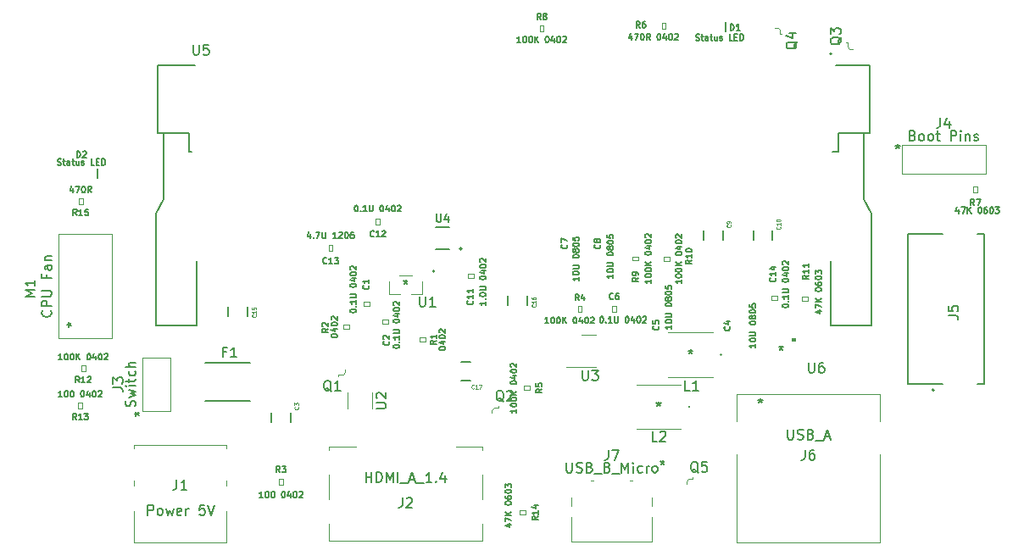
<source format=gbr>
%TF.GenerationSoftware,KiCad,Pcbnew,(6.0.9)*%
%TF.CreationDate,2023-01-10T21:20:11-08:00*%
%TF.ProjectId,RPCM1 IO Board,5250434d-3120-4494-9f20-426f6172642e,1*%
%TF.SameCoordinates,Original*%
%TF.FileFunction,Legend,Top*%
%TF.FilePolarity,Positive*%
%FSLAX46Y46*%
G04 Gerber Fmt 4.6, Leading zero omitted, Abs format (unit mm)*
G04 Created by KiCad (PCBNEW (6.0.9)) date 2023-01-10 21:20:11*
%MOMM*%
%LPD*%
G01*
G04 APERTURE LIST*
%ADD10C,0.150000*%
%ADD11C,0.098425*%
%ADD12C,0.127000*%
%ADD13C,0.120000*%
%ADD14C,0.066040*%
%ADD15C,0.100000*%
%ADD16C,0.200000*%
G04 APERTURE END LIST*
D10*
%TO.C,J1*%
X66164410Y-83526380D02*
X66164410Y-84240666D01*
X66116791Y-84383523D01*
X66021553Y-84478761D01*
X65878696Y-84526380D01*
X65783458Y-84526380D01*
X67164410Y-84526380D02*
X66592982Y-84526380D01*
X66878696Y-84526380D02*
X66878696Y-83526380D01*
X66783458Y-83669238D01*
X66688220Y-83764476D01*
X66592982Y-83812095D01*
X63286095Y-87066380D02*
X63286095Y-86066380D01*
X63667047Y-86066380D01*
X63762285Y-86114000D01*
X63809904Y-86161619D01*
X63857523Y-86256857D01*
X63857523Y-86399714D01*
X63809904Y-86494952D01*
X63762285Y-86542571D01*
X63667047Y-86590190D01*
X63286095Y-86590190D01*
X64428952Y-87066380D02*
X64333714Y-87018761D01*
X64286095Y-86971142D01*
X64238476Y-86875904D01*
X64238476Y-86590190D01*
X64286095Y-86494952D01*
X64333714Y-86447333D01*
X64428952Y-86399714D01*
X64571809Y-86399714D01*
X64667047Y-86447333D01*
X64714666Y-86494952D01*
X64762285Y-86590190D01*
X64762285Y-86875904D01*
X64714666Y-86971142D01*
X64667047Y-87018761D01*
X64571809Y-87066380D01*
X64428952Y-87066380D01*
X65095619Y-86399714D02*
X65286095Y-87066380D01*
X65476571Y-86590190D01*
X65667047Y-87066380D01*
X65857523Y-86399714D01*
X66619428Y-87018761D02*
X66524190Y-87066380D01*
X66333714Y-87066380D01*
X66238476Y-87018761D01*
X66190857Y-86923523D01*
X66190857Y-86542571D01*
X66238476Y-86447333D01*
X66333714Y-86399714D01*
X66524190Y-86399714D01*
X66619428Y-86447333D01*
X66667047Y-86542571D01*
X66667047Y-86637809D01*
X66190857Y-86733047D01*
X67095619Y-87066380D02*
X67095619Y-86399714D01*
X67095619Y-86590190D02*
X67143238Y-86494952D01*
X67190857Y-86447333D01*
X67286095Y-86399714D01*
X67381333Y-86399714D01*
X68952761Y-86066380D02*
X68476571Y-86066380D01*
X68428952Y-86542571D01*
X68476571Y-86494952D01*
X68571809Y-86447333D01*
X68809904Y-86447333D01*
X68905142Y-86494952D01*
X68952761Y-86542571D01*
X69000380Y-86637809D01*
X69000380Y-86875904D01*
X68952761Y-86971142D01*
X68905142Y-87018761D01*
X68809904Y-87066380D01*
X68571809Y-87066380D01*
X68476571Y-87018761D01*
X68428952Y-86971142D01*
X69286095Y-86066380D02*
X69619428Y-87066380D01*
X69952761Y-86066380D01*
D11*
%TO.C,C17*%
X95865606Y-74403187D02*
X95846858Y-74421935D01*
X95790615Y-74440682D01*
X95753120Y-74440682D01*
X95696877Y-74421935D01*
X95659382Y-74384439D01*
X95640634Y-74346944D01*
X95621886Y-74271953D01*
X95621886Y-74215710D01*
X95640634Y-74140720D01*
X95659382Y-74103224D01*
X95696877Y-74065729D01*
X95753120Y-74046981D01*
X95790615Y-74046981D01*
X95846858Y-74065729D01*
X95865606Y-74084477D01*
X96240559Y-74440682D02*
X96015587Y-74440682D01*
X96128073Y-74440682D02*
X96128073Y-74046981D01*
X96090578Y-74103224D01*
X96053083Y-74140720D01*
X96015587Y-74159467D01*
X96371793Y-74046981D02*
X96634260Y-74046981D01*
X96465531Y-74440682D01*
%TO.C,C9*%
X121464307Y-58079196D02*
X121483055Y-58097944D01*
X121501802Y-58154187D01*
X121501802Y-58191682D01*
X121483055Y-58247925D01*
X121445559Y-58285421D01*
X121408064Y-58304168D01*
X121333073Y-58322916D01*
X121276830Y-58322916D01*
X121201840Y-58304168D01*
X121164344Y-58285421D01*
X121126849Y-58247925D01*
X121108101Y-58191682D01*
X121108101Y-58154187D01*
X121126849Y-58097944D01*
X121145597Y-58079196D01*
X121501802Y-57891720D02*
X121501802Y-57816729D01*
X121483055Y-57779234D01*
X121464307Y-57760486D01*
X121408064Y-57722991D01*
X121333073Y-57704243D01*
X121183092Y-57704243D01*
X121145597Y-57722991D01*
X121126849Y-57741738D01*
X121108101Y-57779234D01*
X121108101Y-57854224D01*
X121126849Y-57891720D01*
X121145597Y-57910467D01*
X121183092Y-57929215D01*
X121276830Y-57929215D01*
X121314326Y-57910467D01*
X121333073Y-57891720D01*
X121351821Y-57854224D01*
X121351821Y-57779234D01*
X121333073Y-57741738D01*
X121314326Y-57722991D01*
X121276830Y-57704243D01*
D12*
%TO.C,R3*%
X76492100Y-82767351D02*
X76288900Y-82477065D01*
X76143757Y-82767351D02*
X76143757Y-82157751D01*
X76375985Y-82157751D01*
X76434042Y-82186780D01*
X76463071Y-82215808D01*
X76492100Y-82273865D01*
X76492100Y-82360951D01*
X76463071Y-82419008D01*
X76434042Y-82448037D01*
X76375985Y-82477065D01*
X76143757Y-82477065D01*
X76695300Y-82157751D02*
X77072671Y-82157751D01*
X76869471Y-82389980D01*
X76956557Y-82389980D01*
X77014614Y-82419008D01*
X77043642Y-82448037D01*
X77072671Y-82506094D01*
X77072671Y-82651237D01*
X77043642Y-82709294D01*
X77014614Y-82738322D01*
X76956557Y-82767351D01*
X76782385Y-82767351D01*
X76724328Y-82738322D01*
X76695300Y-82709294D01*
X74793928Y-85307351D02*
X74445585Y-85307351D01*
X74619757Y-85307351D02*
X74619757Y-84697751D01*
X74561700Y-84784837D01*
X74503642Y-84842894D01*
X74445585Y-84871922D01*
X75171300Y-84697751D02*
X75229357Y-84697751D01*
X75287414Y-84726780D01*
X75316442Y-84755808D01*
X75345471Y-84813865D01*
X75374500Y-84929980D01*
X75374500Y-85075122D01*
X75345471Y-85191237D01*
X75316442Y-85249294D01*
X75287414Y-85278322D01*
X75229357Y-85307351D01*
X75171300Y-85307351D01*
X75113242Y-85278322D01*
X75084214Y-85249294D01*
X75055185Y-85191237D01*
X75026157Y-85075122D01*
X75026157Y-84929980D01*
X75055185Y-84813865D01*
X75084214Y-84755808D01*
X75113242Y-84726780D01*
X75171300Y-84697751D01*
X75751871Y-84697751D02*
X75809928Y-84697751D01*
X75867985Y-84726780D01*
X75897014Y-84755808D01*
X75926042Y-84813865D01*
X75955071Y-84929980D01*
X75955071Y-85075122D01*
X75926042Y-85191237D01*
X75897014Y-85249294D01*
X75867985Y-85278322D01*
X75809928Y-85307351D01*
X75751871Y-85307351D01*
X75693814Y-85278322D01*
X75664785Y-85249294D01*
X75635757Y-85191237D01*
X75606728Y-85075122D01*
X75606728Y-84929980D01*
X75635757Y-84813865D01*
X75664785Y-84755808D01*
X75693814Y-84726780D01*
X75751871Y-84697751D01*
X76796900Y-84697751D02*
X76854957Y-84697751D01*
X76913014Y-84726780D01*
X76942042Y-84755808D01*
X76971071Y-84813865D01*
X77000100Y-84929980D01*
X77000100Y-85075122D01*
X76971071Y-85191237D01*
X76942042Y-85249294D01*
X76913014Y-85278322D01*
X76854957Y-85307351D01*
X76796900Y-85307351D01*
X76738842Y-85278322D01*
X76709814Y-85249294D01*
X76680785Y-85191237D01*
X76651757Y-85075122D01*
X76651757Y-84929980D01*
X76680785Y-84813865D01*
X76709814Y-84755808D01*
X76738842Y-84726780D01*
X76796900Y-84697751D01*
X77522614Y-84900951D02*
X77522614Y-85307351D01*
X77377471Y-84668722D02*
X77232328Y-85104151D01*
X77609700Y-85104151D01*
X77958042Y-84697751D02*
X78016100Y-84697751D01*
X78074157Y-84726780D01*
X78103185Y-84755808D01*
X78132214Y-84813865D01*
X78161242Y-84929980D01*
X78161242Y-85075122D01*
X78132214Y-85191237D01*
X78103185Y-85249294D01*
X78074157Y-85278322D01*
X78016100Y-85307351D01*
X77958042Y-85307351D01*
X77899985Y-85278322D01*
X77870957Y-85249294D01*
X77841928Y-85191237D01*
X77812900Y-85075122D01*
X77812900Y-84929980D01*
X77841928Y-84813865D01*
X77870957Y-84755808D01*
X77899985Y-84726780D01*
X77958042Y-84697751D01*
X78393471Y-84755808D02*
X78422500Y-84726780D01*
X78480557Y-84697751D01*
X78625700Y-84697751D01*
X78683757Y-84726780D01*
X78712785Y-84755808D01*
X78741814Y-84813865D01*
X78741814Y-84871922D01*
X78712785Y-84959008D01*
X78364442Y-85307351D01*
X78741814Y-85307351D01*
%TO.C,R5*%
X102650471Y-74465180D02*
X102360185Y-74668380D01*
X102650471Y-74813522D02*
X102040871Y-74813522D01*
X102040871Y-74581294D01*
X102069900Y-74523237D01*
X102098928Y-74494208D01*
X102156985Y-74465180D01*
X102244071Y-74465180D01*
X102302128Y-74494208D01*
X102331157Y-74523237D01*
X102360185Y-74581294D01*
X102360185Y-74813522D01*
X102040871Y-73913637D02*
X102040871Y-74203922D01*
X102331157Y-74232951D01*
X102302128Y-74203922D01*
X102273100Y-74145865D01*
X102273100Y-74000722D01*
X102302128Y-73942665D01*
X102331157Y-73913637D01*
X102389214Y-73884608D01*
X102534357Y-73884608D01*
X102592414Y-73913637D01*
X102621442Y-73942665D01*
X102650471Y-74000722D01*
X102650471Y-74145865D01*
X102621442Y-74203922D01*
X102592414Y-74232951D01*
X100110471Y-76468151D02*
X100110471Y-76816494D01*
X100110471Y-76642322D02*
X99500871Y-76642322D01*
X99587957Y-76700380D01*
X99646014Y-76758437D01*
X99675042Y-76816494D01*
X99500871Y-76090780D02*
X99500871Y-76032722D01*
X99529900Y-75974665D01*
X99558928Y-75945637D01*
X99616985Y-75916608D01*
X99733100Y-75887580D01*
X99878242Y-75887580D01*
X99994357Y-75916608D01*
X100052414Y-75945637D01*
X100081442Y-75974665D01*
X100110471Y-76032722D01*
X100110471Y-76090780D01*
X100081442Y-76148837D01*
X100052414Y-76177865D01*
X99994357Y-76206894D01*
X99878242Y-76235922D01*
X99733100Y-76235922D01*
X99616985Y-76206894D01*
X99558928Y-76177865D01*
X99529900Y-76148837D01*
X99500871Y-76090780D01*
X99500871Y-75510208D02*
X99500871Y-75452151D01*
X99529900Y-75394094D01*
X99558928Y-75365065D01*
X99616985Y-75336037D01*
X99733100Y-75307008D01*
X99878242Y-75307008D01*
X99994357Y-75336037D01*
X100052414Y-75365065D01*
X100081442Y-75394094D01*
X100110471Y-75452151D01*
X100110471Y-75510208D01*
X100081442Y-75568265D01*
X100052414Y-75597294D01*
X99994357Y-75626322D01*
X99878242Y-75655351D01*
X99733100Y-75655351D01*
X99616985Y-75626322D01*
X99558928Y-75597294D01*
X99529900Y-75568265D01*
X99500871Y-75510208D01*
X100110471Y-75045751D02*
X99500871Y-75045751D01*
X100110471Y-74697408D02*
X99762128Y-74958665D01*
X99500871Y-74697408D02*
X99849214Y-75045751D01*
X99500871Y-73855580D02*
X99500871Y-73797522D01*
X99529900Y-73739465D01*
X99558928Y-73710437D01*
X99616985Y-73681408D01*
X99733100Y-73652380D01*
X99878242Y-73652380D01*
X99994357Y-73681408D01*
X100052414Y-73710437D01*
X100081442Y-73739465D01*
X100110471Y-73797522D01*
X100110471Y-73855580D01*
X100081442Y-73913637D01*
X100052414Y-73942665D01*
X99994357Y-73971694D01*
X99878242Y-74000722D01*
X99733100Y-74000722D01*
X99616985Y-73971694D01*
X99558928Y-73942665D01*
X99529900Y-73913637D01*
X99500871Y-73855580D01*
X99704071Y-73129865D02*
X100110471Y-73129865D01*
X99471842Y-73275008D02*
X99907271Y-73420151D01*
X99907271Y-73042780D01*
X99500871Y-72694437D02*
X99500871Y-72636380D01*
X99529900Y-72578322D01*
X99558928Y-72549294D01*
X99616985Y-72520265D01*
X99733100Y-72491237D01*
X99878242Y-72491237D01*
X99994357Y-72520265D01*
X100052414Y-72549294D01*
X100081442Y-72578322D01*
X100110471Y-72636380D01*
X100110471Y-72694437D01*
X100081442Y-72752494D01*
X100052414Y-72781522D01*
X99994357Y-72810551D01*
X99878242Y-72839580D01*
X99733100Y-72839580D01*
X99616985Y-72810551D01*
X99558928Y-72781522D01*
X99529900Y-72752494D01*
X99500871Y-72694437D01*
X99558928Y-72259008D02*
X99529900Y-72229980D01*
X99500871Y-72171922D01*
X99500871Y-72026780D01*
X99529900Y-71968722D01*
X99558928Y-71939694D01*
X99616985Y-71910665D01*
X99675042Y-71910665D01*
X99762128Y-71939694D01*
X100110471Y-72288037D01*
X100110471Y-71910665D01*
%TO.C,R8*%
X102527100Y-37555351D02*
X102323900Y-37265065D01*
X102178757Y-37555351D02*
X102178757Y-36945751D01*
X102410985Y-36945751D01*
X102469042Y-36974780D01*
X102498071Y-37003808D01*
X102527100Y-37061865D01*
X102527100Y-37148951D01*
X102498071Y-37207008D01*
X102469042Y-37236037D01*
X102410985Y-37265065D01*
X102178757Y-37265065D01*
X102875442Y-37207008D02*
X102817385Y-37177980D01*
X102788357Y-37148951D01*
X102759328Y-37090894D01*
X102759328Y-37061865D01*
X102788357Y-37003808D01*
X102817385Y-36974780D01*
X102875442Y-36945751D01*
X102991557Y-36945751D01*
X103049614Y-36974780D01*
X103078642Y-37003808D01*
X103107671Y-37061865D01*
X103107671Y-37090894D01*
X103078642Y-37148951D01*
X103049614Y-37177980D01*
X102991557Y-37207008D01*
X102875442Y-37207008D01*
X102817385Y-37236037D01*
X102788357Y-37265065D01*
X102759328Y-37323122D01*
X102759328Y-37439237D01*
X102788357Y-37497294D01*
X102817385Y-37526322D01*
X102875442Y-37555351D01*
X102991557Y-37555351D01*
X103049614Y-37526322D01*
X103078642Y-37497294D01*
X103107671Y-37439237D01*
X103107671Y-37323122D01*
X103078642Y-37265065D01*
X103049614Y-37236037D01*
X102991557Y-37207008D01*
X100524128Y-39841351D02*
X100175785Y-39841351D01*
X100349957Y-39841351D02*
X100349957Y-39231751D01*
X100291900Y-39318837D01*
X100233842Y-39376894D01*
X100175785Y-39405922D01*
X100901500Y-39231751D02*
X100959557Y-39231751D01*
X101017614Y-39260780D01*
X101046642Y-39289808D01*
X101075671Y-39347865D01*
X101104700Y-39463980D01*
X101104700Y-39609122D01*
X101075671Y-39725237D01*
X101046642Y-39783294D01*
X101017614Y-39812322D01*
X100959557Y-39841351D01*
X100901500Y-39841351D01*
X100843442Y-39812322D01*
X100814414Y-39783294D01*
X100785385Y-39725237D01*
X100756357Y-39609122D01*
X100756357Y-39463980D01*
X100785385Y-39347865D01*
X100814414Y-39289808D01*
X100843442Y-39260780D01*
X100901500Y-39231751D01*
X101482071Y-39231751D02*
X101540128Y-39231751D01*
X101598185Y-39260780D01*
X101627214Y-39289808D01*
X101656242Y-39347865D01*
X101685271Y-39463980D01*
X101685271Y-39609122D01*
X101656242Y-39725237D01*
X101627214Y-39783294D01*
X101598185Y-39812322D01*
X101540128Y-39841351D01*
X101482071Y-39841351D01*
X101424014Y-39812322D01*
X101394985Y-39783294D01*
X101365957Y-39725237D01*
X101336928Y-39609122D01*
X101336928Y-39463980D01*
X101365957Y-39347865D01*
X101394985Y-39289808D01*
X101424014Y-39260780D01*
X101482071Y-39231751D01*
X101946528Y-39841351D02*
X101946528Y-39231751D01*
X102294871Y-39841351D02*
X102033614Y-39493008D01*
X102294871Y-39231751D02*
X101946528Y-39580094D01*
X103136700Y-39231751D02*
X103194757Y-39231751D01*
X103252814Y-39260780D01*
X103281842Y-39289808D01*
X103310871Y-39347865D01*
X103339900Y-39463980D01*
X103339900Y-39609122D01*
X103310871Y-39725237D01*
X103281842Y-39783294D01*
X103252814Y-39812322D01*
X103194757Y-39841351D01*
X103136700Y-39841351D01*
X103078642Y-39812322D01*
X103049614Y-39783294D01*
X103020585Y-39725237D01*
X102991557Y-39609122D01*
X102991557Y-39463980D01*
X103020585Y-39347865D01*
X103049614Y-39289808D01*
X103078642Y-39260780D01*
X103136700Y-39231751D01*
X103862414Y-39434951D02*
X103862414Y-39841351D01*
X103717271Y-39202722D02*
X103572128Y-39638151D01*
X103949500Y-39638151D01*
X104297842Y-39231751D02*
X104355900Y-39231751D01*
X104413957Y-39260780D01*
X104442985Y-39289808D01*
X104472014Y-39347865D01*
X104501042Y-39463980D01*
X104501042Y-39609122D01*
X104472014Y-39725237D01*
X104442985Y-39783294D01*
X104413957Y-39812322D01*
X104355900Y-39841351D01*
X104297842Y-39841351D01*
X104239785Y-39812322D01*
X104210757Y-39783294D01*
X104181728Y-39725237D01*
X104152700Y-39609122D01*
X104152700Y-39463980D01*
X104181728Y-39347865D01*
X104210757Y-39289808D01*
X104239785Y-39260780D01*
X104297842Y-39231751D01*
X104733271Y-39289808D02*
X104762300Y-39260780D01*
X104820357Y-39231751D01*
X104965500Y-39231751D01*
X105023557Y-39260780D01*
X105052585Y-39289808D01*
X105081614Y-39347865D01*
X105081614Y-39405922D01*
X105052585Y-39493008D01*
X104704242Y-39841351D01*
X105081614Y-39841351D01*
%TO.C,R2*%
X81301771Y-68427600D02*
X81011485Y-68630800D01*
X81301771Y-68775942D02*
X80692171Y-68775942D01*
X80692171Y-68543714D01*
X80721200Y-68485657D01*
X80750228Y-68456628D01*
X80808285Y-68427600D01*
X80895371Y-68427600D01*
X80953428Y-68456628D01*
X80982457Y-68485657D01*
X81011485Y-68543714D01*
X81011485Y-68775942D01*
X80750228Y-68195371D02*
X80721200Y-68166342D01*
X80692171Y-68108285D01*
X80692171Y-67963142D01*
X80721200Y-67905085D01*
X80750228Y-67876057D01*
X80808285Y-67847028D01*
X80866342Y-67847028D01*
X80953428Y-67876057D01*
X81301771Y-68224400D01*
X81301771Y-67847028D01*
X81593871Y-69167465D02*
X81593871Y-69109408D01*
X81622900Y-69051351D01*
X81651928Y-69022322D01*
X81709985Y-68993294D01*
X81826100Y-68964265D01*
X81971242Y-68964265D01*
X82087357Y-68993294D01*
X82145414Y-69022322D01*
X82174442Y-69051351D01*
X82203471Y-69109408D01*
X82203471Y-69167465D01*
X82174442Y-69225522D01*
X82145414Y-69254551D01*
X82087357Y-69283580D01*
X81971242Y-69312608D01*
X81826100Y-69312608D01*
X81709985Y-69283580D01*
X81651928Y-69254551D01*
X81622900Y-69225522D01*
X81593871Y-69167465D01*
X81797071Y-68441751D02*
X82203471Y-68441751D01*
X81564842Y-68586894D02*
X82000271Y-68732037D01*
X82000271Y-68354665D01*
X81593871Y-68006322D02*
X81593871Y-67948265D01*
X81622900Y-67890208D01*
X81651928Y-67861180D01*
X81709985Y-67832151D01*
X81826100Y-67803122D01*
X81971242Y-67803122D01*
X82087357Y-67832151D01*
X82145414Y-67861180D01*
X82174442Y-67890208D01*
X82203471Y-67948265D01*
X82203471Y-68006322D01*
X82174442Y-68064380D01*
X82145414Y-68093408D01*
X82087357Y-68122437D01*
X81971242Y-68151465D01*
X81826100Y-68151465D01*
X81709985Y-68122437D01*
X81651928Y-68093408D01*
X81622900Y-68064380D01*
X81593871Y-68006322D01*
X81651928Y-67570894D02*
X81622900Y-67541865D01*
X81593871Y-67483808D01*
X81593871Y-67338665D01*
X81622900Y-67280608D01*
X81651928Y-67251580D01*
X81709985Y-67222551D01*
X81768042Y-67222551D01*
X81855128Y-67251580D01*
X82203471Y-67599922D01*
X82203471Y-67222551D01*
D10*
%TO.C,U2*%
X86066380Y-76395484D02*
X86875904Y-76395484D01*
X86971142Y-76347865D01*
X87018761Y-76300246D01*
X87066380Y-76205008D01*
X87066380Y-76014532D01*
X87018761Y-75919294D01*
X86971142Y-75871675D01*
X86875904Y-75824056D01*
X86066380Y-75824056D01*
X86161619Y-75395484D02*
X86114000Y-75347865D01*
X86066380Y-75252627D01*
X86066380Y-75014532D01*
X86114000Y-74919294D01*
X86161619Y-74871675D01*
X86256857Y-74824056D01*
X86352095Y-74824056D01*
X86494952Y-74871675D01*
X87066380Y-75443103D01*
X87066380Y-74824056D01*
D12*
%TO.C,R6*%
X112420400Y-38375771D02*
X112217200Y-38085485D01*
X112072057Y-38375771D02*
X112072057Y-37766171D01*
X112304285Y-37766171D01*
X112362342Y-37795200D01*
X112391371Y-37824228D01*
X112420400Y-37882285D01*
X112420400Y-37969371D01*
X112391371Y-38027428D01*
X112362342Y-38056457D01*
X112304285Y-38085485D01*
X112072057Y-38085485D01*
X112942914Y-37766171D02*
X112826800Y-37766171D01*
X112768742Y-37795200D01*
X112739714Y-37824228D01*
X112681657Y-37911314D01*
X112652628Y-38027428D01*
X112652628Y-38259657D01*
X112681657Y-38317714D01*
X112710685Y-38346742D01*
X112768742Y-38375771D01*
X112884857Y-38375771D01*
X112942914Y-38346742D01*
X112971942Y-38317714D01*
X113000971Y-38259657D01*
X113000971Y-38114514D01*
X112971942Y-38056457D01*
X112942914Y-38027428D01*
X112884857Y-37998400D01*
X112768742Y-37998400D01*
X112710685Y-38027428D01*
X112681657Y-38056457D01*
X112652628Y-38114514D01*
X111629371Y-39180951D02*
X111629371Y-39587351D01*
X111484228Y-38948722D02*
X111339085Y-39384151D01*
X111716457Y-39384151D01*
X111890628Y-38977751D02*
X112297028Y-38977751D01*
X112035771Y-39587351D01*
X112645371Y-38977751D02*
X112703428Y-38977751D01*
X112761485Y-39006780D01*
X112790514Y-39035808D01*
X112819542Y-39093865D01*
X112848571Y-39209980D01*
X112848571Y-39355122D01*
X112819542Y-39471237D01*
X112790514Y-39529294D01*
X112761485Y-39558322D01*
X112703428Y-39587351D01*
X112645371Y-39587351D01*
X112587314Y-39558322D01*
X112558285Y-39529294D01*
X112529257Y-39471237D01*
X112500228Y-39355122D01*
X112500228Y-39209980D01*
X112529257Y-39093865D01*
X112558285Y-39035808D01*
X112587314Y-39006780D01*
X112645371Y-38977751D01*
X113458171Y-39587351D02*
X113254971Y-39297065D01*
X113109828Y-39587351D02*
X113109828Y-38977751D01*
X113342057Y-38977751D01*
X113400114Y-39006780D01*
X113429142Y-39035808D01*
X113458171Y-39093865D01*
X113458171Y-39180951D01*
X113429142Y-39239008D01*
X113400114Y-39268037D01*
X113342057Y-39297065D01*
X113109828Y-39297065D01*
X114300000Y-38977751D02*
X114358057Y-38977751D01*
X114416114Y-39006780D01*
X114445142Y-39035808D01*
X114474171Y-39093865D01*
X114503200Y-39209980D01*
X114503200Y-39355122D01*
X114474171Y-39471237D01*
X114445142Y-39529294D01*
X114416114Y-39558322D01*
X114358057Y-39587351D01*
X114300000Y-39587351D01*
X114241942Y-39558322D01*
X114212914Y-39529294D01*
X114183885Y-39471237D01*
X114154857Y-39355122D01*
X114154857Y-39209980D01*
X114183885Y-39093865D01*
X114212914Y-39035808D01*
X114241942Y-39006780D01*
X114300000Y-38977751D01*
X115025714Y-39180951D02*
X115025714Y-39587351D01*
X114880571Y-38948722D02*
X114735428Y-39384151D01*
X115112800Y-39384151D01*
X115461142Y-38977751D02*
X115519200Y-38977751D01*
X115577257Y-39006780D01*
X115606285Y-39035808D01*
X115635314Y-39093865D01*
X115664342Y-39209980D01*
X115664342Y-39355122D01*
X115635314Y-39471237D01*
X115606285Y-39529294D01*
X115577257Y-39558322D01*
X115519200Y-39587351D01*
X115461142Y-39587351D01*
X115403085Y-39558322D01*
X115374057Y-39529294D01*
X115345028Y-39471237D01*
X115316000Y-39355122D01*
X115316000Y-39209980D01*
X115345028Y-39093865D01*
X115374057Y-39035808D01*
X115403085Y-39006780D01*
X115461142Y-38977751D01*
X115896571Y-39035808D02*
X115925600Y-39006780D01*
X115983657Y-38977751D01*
X116128800Y-38977751D01*
X116186857Y-39006780D01*
X116215885Y-39035808D01*
X116244914Y-39093865D01*
X116244914Y-39151922D01*
X116215885Y-39239008D01*
X115867542Y-39587351D01*
X116244914Y-39587351D01*
%TO.C,R14*%
X102269471Y-87201465D02*
X101979185Y-87404665D01*
X102269471Y-87549808D02*
X101659871Y-87549808D01*
X101659871Y-87317580D01*
X101688900Y-87259522D01*
X101717928Y-87230494D01*
X101775985Y-87201465D01*
X101863071Y-87201465D01*
X101921128Y-87230494D01*
X101950157Y-87259522D01*
X101979185Y-87317580D01*
X101979185Y-87549808D01*
X102269471Y-86620894D02*
X102269471Y-86969237D01*
X102269471Y-86795065D02*
X101659871Y-86795065D01*
X101746957Y-86853122D01*
X101805014Y-86911180D01*
X101834042Y-86969237D01*
X101863071Y-86098380D02*
X102269471Y-86098380D01*
X101630842Y-86243522D02*
X102066271Y-86388665D01*
X102066271Y-86011294D01*
X99183371Y-87978342D02*
X99589771Y-87978342D01*
X98951142Y-88123485D02*
X99386571Y-88268628D01*
X99386571Y-87891257D01*
X98980171Y-87717085D02*
X98980171Y-87310685D01*
X99589771Y-87571942D01*
X99589771Y-87078457D02*
X98980171Y-87078457D01*
X99589771Y-86730114D02*
X99241428Y-86991371D01*
X98980171Y-86730114D02*
X99328514Y-87078457D01*
X98980171Y-85888285D02*
X98980171Y-85830228D01*
X99009200Y-85772171D01*
X99038228Y-85743142D01*
X99096285Y-85714114D01*
X99212400Y-85685085D01*
X99357542Y-85685085D01*
X99473657Y-85714114D01*
X99531714Y-85743142D01*
X99560742Y-85772171D01*
X99589771Y-85830228D01*
X99589771Y-85888285D01*
X99560742Y-85946342D01*
X99531714Y-85975371D01*
X99473657Y-86004400D01*
X99357542Y-86033428D01*
X99212400Y-86033428D01*
X99096285Y-86004400D01*
X99038228Y-85975371D01*
X99009200Y-85946342D01*
X98980171Y-85888285D01*
X98980171Y-85162571D02*
X98980171Y-85278685D01*
X99009200Y-85336742D01*
X99038228Y-85365771D01*
X99125314Y-85423828D01*
X99241428Y-85452857D01*
X99473657Y-85452857D01*
X99531714Y-85423828D01*
X99560742Y-85394800D01*
X99589771Y-85336742D01*
X99589771Y-85220628D01*
X99560742Y-85162571D01*
X99531714Y-85133542D01*
X99473657Y-85104514D01*
X99328514Y-85104514D01*
X99270457Y-85133542D01*
X99241428Y-85162571D01*
X99212400Y-85220628D01*
X99212400Y-85336742D01*
X99241428Y-85394800D01*
X99270457Y-85423828D01*
X99328514Y-85452857D01*
X98980171Y-84727142D02*
X98980171Y-84669085D01*
X99009200Y-84611028D01*
X99038228Y-84582000D01*
X99096285Y-84552971D01*
X99212400Y-84523942D01*
X99357542Y-84523942D01*
X99473657Y-84552971D01*
X99531714Y-84582000D01*
X99560742Y-84611028D01*
X99589771Y-84669085D01*
X99589771Y-84727142D01*
X99560742Y-84785200D01*
X99531714Y-84814228D01*
X99473657Y-84843257D01*
X99357542Y-84872285D01*
X99212400Y-84872285D01*
X99096285Y-84843257D01*
X99038228Y-84814228D01*
X99009200Y-84785200D01*
X98980171Y-84727142D01*
X98980171Y-84320742D02*
X98980171Y-83943371D01*
X99212400Y-84146571D01*
X99212400Y-84059485D01*
X99241428Y-84001428D01*
X99270457Y-83972400D01*
X99328514Y-83943371D01*
X99473657Y-83943371D01*
X99531714Y-83972400D01*
X99560742Y-84001428D01*
X99589771Y-84059485D01*
X99589771Y-84233657D01*
X99560742Y-84291714D01*
X99531714Y-84320742D01*
%TO.C,C11*%
X95721714Y-65669885D02*
X95750742Y-65698914D01*
X95779771Y-65786000D01*
X95779771Y-65844057D01*
X95750742Y-65931142D01*
X95692685Y-65989200D01*
X95634628Y-66018228D01*
X95518514Y-66047257D01*
X95431428Y-66047257D01*
X95315314Y-66018228D01*
X95257257Y-65989200D01*
X95199200Y-65931142D01*
X95170171Y-65844057D01*
X95170171Y-65786000D01*
X95199200Y-65698914D01*
X95228228Y-65669885D01*
X95779771Y-65089314D02*
X95779771Y-65437657D01*
X95779771Y-65263485D02*
X95170171Y-65263485D01*
X95257257Y-65321542D01*
X95315314Y-65379600D01*
X95344342Y-65437657D01*
X95779771Y-64508742D02*
X95779771Y-64857085D01*
X95779771Y-64682914D02*
X95170171Y-64682914D01*
X95257257Y-64740971D01*
X95315314Y-64799028D01*
X95344342Y-64857085D01*
X97049771Y-65727942D02*
X97049771Y-66076285D01*
X97049771Y-65902114D02*
X96440171Y-65902114D01*
X96527257Y-65960171D01*
X96585314Y-66018228D01*
X96614342Y-66076285D01*
X96991714Y-65466685D02*
X97020742Y-65437657D01*
X97049771Y-65466685D01*
X97020742Y-65495714D01*
X96991714Y-65466685D01*
X97049771Y-65466685D01*
X96440171Y-65060285D02*
X96440171Y-65002228D01*
X96469200Y-64944171D01*
X96498228Y-64915142D01*
X96556285Y-64886114D01*
X96672400Y-64857085D01*
X96817542Y-64857085D01*
X96933657Y-64886114D01*
X96991714Y-64915142D01*
X97020742Y-64944171D01*
X97049771Y-65002228D01*
X97049771Y-65060285D01*
X97020742Y-65118342D01*
X96991714Y-65147371D01*
X96933657Y-65176400D01*
X96817542Y-65205428D01*
X96672400Y-65205428D01*
X96556285Y-65176400D01*
X96498228Y-65147371D01*
X96469200Y-65118342D01*
X96440171Y-65060285D01*
X96440171Y-64595828D02*
X96933657Y-64595828D01*
X96991714Y-64566800D01*
X97020742Y-64537771D01*
X97049771Y-64479714D01*
X97049771Y-64363600D01*
X97020742Y-64305542D01*
X96991714Y-64276514D01*
X96933657Y-64247485D01*
X96440171Y-64247485D01*
X96440171Y-63376628D02*
X96440171Y-63318571D01*
X96469200Y-63260514D01*
X96498228Y-63231485D01*
X96556285Y-63202457D01*
X96672400Y-63173428D01*
X96817542Y-63173428D01*
X96933657Y-63202457D01*
X96991714Y-63231485D01*
X97020742Y-63260514D01*
X97049771Y-63318571D01*
X97049771Y-63376628D01*
X97020742Y-63434685D01*
X96991714Y-63463714D01*
X96933657Y-63492742D01*
X96817542Y-63521771D01*
X96672400Y-63521771D01*
X96556285Y-63492742D01*
X96498228Y-63463714D01*
X96469200Y-63434685D01*
X96440171Y-63376628D01*
X96643371Y-62650914D02*
X97049771Y-62650914D01*
X96411142Y-62796057D02*
X96846571Y-62941200D01*
X96846571Y-62563828D01*
X96440171Y-62215485D02*
X96440171Y-62157428D01*
X96469200Y-62099371D01*
X96498228Y-62070342D01*
X96556285Y-62041314D01*
X96672400Y-62012285D01*
X96817542Y-62012285D01*
X96933657Y-62041314D01*
X96991714Y-62070342D01*
X97020742Y-62099371D01*
X97049771Y-62157428D01*
X97049771Y-62215485D01*
X97020742Y-62273542D01*
X96991714Y-62302571D01*
X96933657Y-62331600D01*
X96817542Y-62360628D01*
X96672400Y-62360628D01*
X96556285Y-62331600D01*
X96498228Y-62302571D01*
X96469200Y-62273542D01*
X96440171Y-62215485D01*
X96498228Y-61780057D02*
X96469200Y-61751028D01*
X96440171Y-61692971D01*
X96440171Y-61547828D01*
X96469200Y-61489771D01*
X96498228Y-61460742D01*
X96556285Y-61431714D01*
X96614342Y-61431714D01*
X96701428Y-61460742D01*
X97049771Y-61809085D01*
X97049771Y-61431714D01*
D10*
%TO.C,U4*%
X92113176Y-56965904D02*
X92113176Y-57613523D01*
X92151271Y-57689714D01*
X92189366Y-57727809D01*
X92265557Y-57765904D01*
X92417938Y-57765904D01*
X92494128Y-57727809D01*
X92532223Y-57689714D01*
X92570319Y-57613523D01*
X92570319Y-56965904D01*
X93294128Y-57232571D02*
X93294128Y-57765904D01*
X93103652Y-56927809D02*
X92913176Y-57499238D01*
X93408414Y-57499238D01*
D12*
%TO.C,C1*%
X85307714Y-64109600D02*
X85336742Y-64138628D01*
X85365771Y-64225714D01*
X85365771Y-64283771D01*
X85336742Y-64370857D01*
X85278685Y-64428914D01*
X85220628Y-64457942D01*
X85104514Y-64486971D01*
X85017428Y-64486971D01*
X84901314Y-64457942D01*
X84843257Y-64428914D01*
X84785200Y-64370857D01*
X84756171Y-64283771D01*
X84756171Y-64225714D01*
X84785200Y-64138628D01*
X84814228Y-64109600D01*
X85365771Y-63529028D02*
X85365771Y-63877371D01*
X85365771Y-63703200D02*
X84756171Y-63703200D01*
X84843257Y-63761257D01*
X84901314Y-63819314D01*
X84930342Y-63877371D01*
X83486171Y-66693142D02*
X83486171Y-66635085D01*
X83515200Y-66577028D01*
X83544228Y-66548000D01*
X83602285Y-66518971D01*
X83718400Y-66489942D01*
X83863542Y-66489942D01*
X83979657Y-66518971D01*
X84037714Y-66548000D01*
X84066742Y-66577028D01*
X84095771Y-66635085D01*
X84095771Y-66693142D01*
X84066742Y-66751200D01*
X84037714Y-66780228D01*
X83979657Y-66809257D01*
X83863542Y-66838285D01*
X83718400Y-66838285D01*
X83602285Y-66809257D01*
X83544228Y-66780228D01*
X83515200Y-66751200D01*
X83486171Y-66693142D01*
X84037714Y-66228685D02*
X84066742Y-66199657D01*
X84095771Y-66228685D01*
X84066742Y-66257714D01*
X84037714Y-66228685D01*
X84095771Y-66228685D01*
X84095771Y-65619085D02*
X84095771Y-65967428D01*
X84095771Y-65793257D02*
X83486171Y-65793257D01*
X83573257Y-65851314D01*
X83631314Y-65909371D01*
X83660342Y-65967428D01*
X83486171Y-65357828D02*
X83979657Y-65357828D01*
X84037714Y-65328800D01*
X84066742Y-65299771D01*
X84095771Y-65241714D01*
X84095771Y-65125600D01*
X84066742Y-65067542D01*
X84037714Y-65038514D01*
X83979657Y-65009485D01*
X83486171Y-65009485D01*
X83486171Y-64138628D02*
X83486171Y-64080571D01*
X83515200Y-64022514D01*
X83544228Y-63993485D01*
X83602285Y-63964457D01*
X83718400Y-63935428D01*
X83863542Y-63935428D01*
X83979657Y-63964457D01*
X84037714Y-63993485D01*
X84066742Y-64022514D01*
X84095771Y-64080571D01*
X84095771Y-64138628D01*
X84066742Y-64196685D01*
X84037714Y-64225714D01*
X83979657Y-64254742D01*
X83863542Y-64283771D01*
X83718400Y-64283771D01*
X83602285Y-64254742D01*
X83544228Y-64225714D01*
X83515200Y-64196685D01*
X83486171Y-64138628D01*
X83689371Y-63412914D02*
X84095771Y-63412914D01*
X83457142Y-63558057D02*
X83892571Y-63703200D01*
X83892571Y-63325828D01*
X83486171Y-62977485D02*
X83486171Y-62919428D01*
X83515200Y-62861371D01*
X83544228Y-62832342D01*
X83602285Y-62803314D01*
X83718400Y-62774285D01*
X83863542Y-62774285D01*
X83979657Y-62803314D01*
X84037714Y-62832342D01*
X84066742Y-62861371D01*
X84095771Y-62919428D01*
X84095771Y-62977485D01*
X84066742Y-63035542D01*
X84037714Y-63064571D01*
X83979657Y-63093600D01*
X83863542Y-63122628D01*
X83718400Y-63122628D01*
X83602285Y-63093600D01*
X83544228Y-63064571D01*
X83515200Y-63035542D01*
X83486171Y-62977485D01*
X83544228Y-62542057D02*
X83515200Y-62513028D01*
X83486171Y-62454971D01*
X83486171Y-62309828D01*
X83515200Y-62251771D01*
X83544228Y-62222742D01*
X83602285Y-62193714D01*
X83660342Y-62193714D01*
X83747428Y-62222742D01*
X84095771Y-62571085D01*
X84095771Y-62193714D01*
%TO.C,C7*%
X105119714Y-60045600D02*
X105148742Y-60074628D01*
X105177771Y-60161714D01*
X105177771Y-60219771D01*
X105148742Y-60306857D01*
X105090685Y-60364914D01*
X105032628Y-60393942D01*
X104916514Y-60422971D01*
X104829428Y-60422971D01*
X104713314Y-60393942D01*
X104655257Y-60364914D01*
X104597200Y-60306857D01*
X104568171Y-60219771D01*
X104568171Y-60161714D01*
X104597200Y-60074628D01*
X104626228Y-60045600D01*
X104568171Y-59842400D02*
X104568171Y-59436000D01*
X105177771Y-59697257D01*
X106333471Y-63296800D02*
X106333471Y-63645142D01*
X106333471Y-63470971D02*
X105723871Y-63470971D01*
X105810957Y-63529028D01*
X105869014Y-63587085D01*
X105898042Y-63645142D01*
X105723871Y-62919428D02*
X105723871Y-62861371D01*
X105752900Y-62803314D01*
X105781928Y-62774285D01*
X105839985Y-62745257D01*
X105956100Y-62716228D01*
X106101242Y-62716228D01*
X106217357Y-62745257D01*
X106275414Y-62774285D01*
X106304442Y-62803314D01*
X106333471Y-62861371D01*
X106333471Y-62919428D01*
X106304442Y-62977485D01*
X106275414Y-63006514D01*
X106217357Y-63035542D01*
X106101242Y-63064571D01*
X105956100Y-63064571D01*
X105839985Y-63035542D01*
X105781928Y-63006514D01*
X105752900Y-62977485D01*
X105723871Y-62919428D01*
X105723871Y-62454971D02*
X106217357Y-62454971D01*
X106275414Y-62425942D01*
X106304442Y-62396914D01*
X106333471Y-62338857D01*
X106333471Y-62222742D01*
X106304442Y-62164685D01*
X106275414Y-62135657D01*
X106217357Y-62106628D01*
X105723871Y-62106628D01*
X105723871Y-61235771D02*
X105723871Y-61177714D01*
X105752900Y-61119657D01*
X105781928Y-61090628D01*
X105839985Y-61061600D01*
X105956100Y-61032571D01*
X106101242Y-61032571D01*
X106217357Y-61061600D01*
X106275414Y-61090628D01*
X106304442Y-61119657D01*
X106333471Y-61177714D01*
X106333471Y-61235771D01*
X106304442Y-61293828D01*
X106275414Y-61322857D01*
X106217357Y-61351885D01*
X106101242Y-61380914D01*
X105956100Y-61380914D01*
X105839985Y-61351885D01*
X105781928Y-61322857D01*
X105752900Y-61293828D01*
X105723871Y-61235771D01*
X105985128Y-60684228D02*
X105956100Y-60742285D01*
X105927071Y-60771314D01*
X105869014Y-60800342D01*
X105839985Y-60800342D01*
X105781928Y-60771314D01*
X105752900Y-60742285D01*
X105723871Y-60684228D01*
X105723871Y-60568114D01*
X105752900Y-60510057D01*
X105781928Y-60481028D01*
X105839985Y-60452000D01*
X105869014Y-60452000D01*
X105927071Y-60481028D01*
X105956100Y-60510057D01*
X105985128Y-60568114D01*
X105985128Y-60684228D01*
X106014157Y-60742285D01*
X106043185Y-60771314D01*
X106101242Y-60800342D01*
X106217357Y-60800342D01*
X106275414Y-60771314D01*
X106304442Y-60742285D01*
X106333471Y-60684228D01*
X106333471Y-60568114D01*
X106304442Y-60510057D01*
X106275414Y-60481028D01*
X106217357Y-60452000D01*
X106101242Y-60452000D01*
X106043185Y-60481028D01*
X106014157Y-60510057D01*
X105985128Y-60568114D01*
X105723871Y-60074628D02*
X105723871Y-60016571D01*
X105752900Y-59958514D01*
X105781928Y-59929485D01*
X105839985Y-59900457D01*
X105956100Y-59871428D01*
X106101242Y-59871428D01*
X106217357Y-59900457D01*
X106275414Y-59929485D01*
X106304442Y-59958514D01*
X106333471Y-60016571D01*
X106333471Y-60074628D01*
X106304442Y-60132685D01*
X106275414Y-60161714D01*
X106217357Y-60190742D01*
X106101242Y-60219771D01*
X105956100Y-60219771D01*
X105839985Y-60190742D01*
X105781928Y-60161714D01*
X105752900Y-60132685D01*
X105723871Y-60074628D01*
X105723871Y-59319885D02*
X105723871Y-59610171D01*
X106014157Y-59639200D01*
X105985128Y-59610171D01*
X105956100Y-59552114D01*
X105956100Y-59406971D01*
X105985128Y-59348914D01*
X106014157Y-59319885D01*
X106072214Y-59290857D01*
X106217357Y-59290857D01*
X106275414Y-59319885D01*
X106304442Y-59348914D01*
X106333471Y-59406971D01*
X106333471Y-59552114D01*
X106304442Y-59610171D01*
X106275414Y-59639200D01*
D10*
%TO.C,U3*%
X106680095Y-72604380D02*
X106680095Y-73413904D01*
X106727714Y-73509142D01*
X106775333Y-73556761D01*
X106870571Y-73604380D01*
X107061047Y-73604380D01*
X107156285Y-73556761D01*
X107203904Y-73509142D01*
X107251523Y-73413904D01*
X107251523Y-72604380D01*
X107632476Y-72604380D02*
X108251523Y-72604380D01*
X107918190Y-72985333D01*
X108061047Y-72985333D01*
X108156285Y-73032952D01*
X108203904Y-73080571D01*
X108251523Y-73175809D01*
X108251523Y-73413904D01*
X108203904Y-73509142D01*
X108156285Y-73556761D01*
X108061047Y-73604380D01*
X107775333Y-73604380D01*
X107680095Y-73556761D01*
X107632476Y-73509142D01*
%TO.C,J7*%
X109280366Y-80546960D02*
X109280366Y-81261246D01*
X109232747Y-81404103D01*
X109137509Y-81499341D01*
X108994652Y-81546960D01*
X108899414Y-81546960D01*
X109661319Y-80546960D02*
X110327985Y-80546960D01*
X109899414Y-81546960D01*
X105089890Y-81816960D02*
X105089890Y-82626484D01*
X105137509Y-82721722D01*
X105185128Y-82769341D01*
X105280366Y-82816960D01*
X105470842Y-82816960D01*
X105566080Y-82769341D01*
X105613700Y-82721722D01*
X105661319Y-82626484D01*
X105661319Y-81816960D01*
X106089890Y-82769341D02*
X106232747Y-82816960D01*
X106470842Y-82816960D01*
X106566080Y-82769341D01*
X106613700Y-82721722D01*
X106661319Y-82626484D01*
X106661319Y-82531246D01*
X106613700Y-82436008D01*
X106566080Y-82388389D01*
X106470842Y-82340770D01*
X106280366Y-82293151D01*
X106185128Y-82245532D01*
X106137509Y-82197913D01*
X106089890Y-82102675D01*
X106089890Y-82007437D01*
X106137509Y-81912199D01*
X106185128Y-81864580D01*
X106280366Y-81816960D01*
X106518461Y-81816960D01*
X106661319Y-81864580D01*
X107423223Y-82293151D02*
X107566080Y-82340770D01*
X107613700Y-82388389D01*
X107661319Y-82483627D01*
X107661319Y-82626484D01*
X107613700Y-82721722D01*
X107566080Y-82769341D01*
X107470842Y-82816960D01*
X107089890Y-82816960D01*
X107089890Y-81816960D01*
X107423223Y-81816960D01*
X107518461Y-81864580D01*
X107566080Y-81912199D01*
X107613700Y-82007437D01*
X107613700Y-82102675D01*
X107566080Y-82197913D01*
X107518461Y-82245532D01*
X107423223Y-82293151D01*
X107089890Y-82293151D01*
X107851795Y-82912199D02*
X108613700Y-82912199D01*
X109185128Y-82293151D02*
X109327985Y-82340770D01*
X109375604Y-82388389D01*
X109423223Y-82483627D01*
X109423223Y-82626484D01*
X109375604Y-82721722D01*
X109327985Y-82769341D01*
X109232747Y-82816960D01*
X108851795Y-82816960D01*
X108851795Y-81816960D01*
X109185128Y-81816960D01*
X109280366Y-81864580D01*
X109327985Y-81912199D01*
X109375604Y-82007437D01*
X109375604Y-82102675D01*
X109327985Y-82197913D01*
X109280366Y-82245532D01*
X109185128Y-82293151D01*
X108851795Y-82293151D01*
X109613700Y-82912199D02*
X110375604Y-82912199D01*
X110613700Y-82816960D02*
X110613700Y-81816960D01*
X110947033Y-82531246D01*
X111280366Y-81816960D01*
X111280366Y-82816960D01*
X111756557Y-82816960D02*
X111756557Y-82150294D01*
X111756557Y-81816960D02*
X111708938Y-81864580D01*
X111756557Y-81912199D01*
X111804176Y-81864580D01*
X111756557Y-81816960D01*
X111756557Y-81912199D01*
X112661319Y-82769341D02*
X112566080Y-82816960D01*
X112375604Y-82816960D01*
X112280366Y-82769341D01*
X112232747Y-82721722D01*
X112185128Y-82626484D01*
X112185128Y-82340770D01*
X112232747Y-82245532D01*
X112280366Y-82197913D01*
X112375604Y-82150294D01*
X112566080Y-82150294D01*
X112661319Y-82197913D01*
X113089890Y-82816960D02*
X113089890Y-82150294D01*
X113089890Y-82340770D02*
X113137509Y-82245532D01*
X113185128Y-82197913D01*
X113280366Y-82150294D01*
X113375604Y-82150294D01*
X113851795Y-82816960D02*
X113756557Y-82769341D01*
X113708938Y-82721722D01*
X113661319Y-82626484D01*
X113661319Y-82340770D01*
X113708938Y-82245532D01*
X113756557Y-82197913D01*
X113851795Y-82150294D01*
X113994652Y-82150294D01*
X114089890Y-82197913D01*
X114137509Y-82245532D01*
X114185128Y-82340770D01*
X114185128Y-82626484D01*
X114137509Y-82721722D01*
X114089890Y-82769341D01*
X113994652Y-82816960D01*
X113851795Y-82816960D01*
X114693700Y-81562960D02*
X114693700Y-81801056D01*
X114455604Y-81705818D02*
X114693700Y-81801056D01*
X114931795Y-81705818D01*
X114550842Y-81991532D02*
X114693700Y-81801056D01*
X114836557Y-81991532D01*
D12*
%TO.C,C13*%
X81154814Y-61881294D02*
X81125785Y-61910322D01*
X81038700Y-61939351D01*
X80980642Y-61939351D01*
X80893557Y-61910322D01*
X80835500Y-61852265D01*
X80806471Y-61794208D01*
X80777442Y-61678094D01*
X80777442Y-61591008D01*
X80806471Y-61474894D01*
X80835500Y-61416837D01*
X80893557Y-61358780D01*
X80980642Y-61329751D01*
X81038700Y-61329751D01*
X81125785Y-61358780D01*
X81154814Y-61387808D01*
X81735385Y-61939351D02*
X81387042Y-61939351D01*
X81561214Y-61939351D02*
X81561214Y-61329751D01*
X81503157Y-61416837D01*
X81445100Y-61474894D01*
X81387042Y-61503922D01*
X81938585Y-61329751D02*
X82315957Y-61329751D01*
X82112757Y-61561980D01*
X82199842Y-61561980D01*
X82257900Y-61591008D01*
X82286928Y-61620037D01*
X82315957Y-61678094D01*
X82315957Y-61823237D01*
X82286928Y-61881294D01*
X82257900Y-61910322D01*
X82199842Y-61939351D01*
X82025671Y-61939351D01*
X81967614Y-61910322D01*
X81938585Y-61881294D01*
X79514700Y-58992951D02*
X79514700Y-59399351D01*
X79369557Y-58760722D02*
X79224414Y-59196151D01*
X79601785Y-59196151D01*
X79834014Y-59341294D02*
X79863042Y-59370322D01*
X79834014Y-59399351D01*
X79804985Y-59370322D01*
X79834014Y-59341294D01*
X79834014Y-59399351D01*
X80066242Y-58789751D02*
X80472642Y-58789751D01*
X80211385Y-59399351D01*
X80704871Y-58789751D02*
X80704871Y-59283237D01*
X80733900Y-59341294D01*
X80762928Y-59370322D01*
X80820985Y-59399351D01*
X80937100Y-59399351D01*
X80995157Y-59370322D01*
X81024185Y-59341294D01*
X81053214Y-59283237D01*
X81053214Y-58789751D01*
X82127271Y-59399351D02*
X81778928Y-59399351D01*
X81953100Y-59399351D02*
X81953100Y-58789751D01*
X81895042Y-58876837D01*
X81836985Y-58934894D01*
X81778928Y-58963922D01*
X82359500Y-58847808D02*
X82388528Y-58818780D01*
X82446585Y-58789751D01*
X82591728Y-58789751D01*
X82649785Y-58818780D01*
X82678814Y-58847808D01*
X82707842Y-58905865D01*
X82707842Y-58963922D01*
X82678814Y-59051008D01*
X82330471Y-59399351D01*
X82707842Y-59399351D01*
X83085214Y-58789751D02*
X83143271Y-58789751D01*
X83201328Y-58818780D01*
X83230357Y-58847808D01*
X83259385Y-58905865D01*
X83288414Y-59021980D01*
X83288414Y-59167122D01*
X83259385Y-59283237D01*
X83230357Y-59341294D01*
X83201328Y-59370322D01*
X83143271Y-59399351D01*
X83085214Y-59399351D01*
X83027157Y-59370322D01*
X82998128Y-59341294D01*
X82969100Y-59283237D01*
X82940071Y-59167122D01*
X82940071Y-59021980D01*
X82969100Y-58905865D01*
X82998128Y-58847808D01*
X83027157Y-58818780D01*
X83085214Y-58789751D01*
X83810928Y-58789751D02*
X83694814Y-58789751D01*
X83636757Y-58818780D01*
X83607728Y-58847808D01*
X83549671Y-58934894D01*
X83520642Y-59051008D01*
X83520642Y-59283237D01*
X83549671Y-59341294D01*
X83578700Y-59370322D01*
X83636757Y-59399351D01*
X83752871Y-59399351D01*
X83810928Y-59370322D01*
X83839957Y-59341294D01*
X83868985Y-59283237D01*
X83868985Y-59138094D01*
X83839957Y-59080037D01*
X83810928Y-59051008D01*
X83752871Y-59021980D01*
X83636757Y-59021980D01*
X83578700Y-59051008D01*
X83549671Y-59080037D01*
X83520642Y-59138094D01*
%TO.C,R13*%
X56135814Y-77534951D02*
X55932614Y-77244665D01*
X55787471Y-77534951D02*
X55787471Y-76925351D01*
X56019700Y-76925351D01*
X56077757Y-76954380D01*
X56106785Y-76983408D01*
X56135814Y-77041465D01*
X56135814Y-77128551D01*
X56106785Y-77186608D01*
X56077757Y-77215637D01*
X56019700Y-77244665D01*
X55787471Y-77244665D01*
X56716385Y-77534951D02*
X56368042Y-77534951D01*
X56542214Y-77534951D02*
X56542214Y-76925351D01*
X56484157Y-77012437D01*
X56426100Y-77070494D01*
X56368042Y-77099522D01*
X56919585Y-76925351D02*
X57296957Y-76925351D01*
X57093757Y-77157580D01*
X57180842Y-77157580D01*
X57238900Y-77186608D01*
X57267928Y-77215637D01*
X57296957Y-77273694D01*
X57296957Y-77418837D01*
X57267928Y-77476894D01*
X57238900Y-77505922D01*
X57180842Y-77534951D01*
X57006671Y-77534951D01*
X56948614Y-77505922D01*
X56919585Y-77476894D01*
X54727928Y-75248951D02*
X54379585Y-75248951D01*
X54553757Y-75248951D02*
X54553757Y-74639351D01*
X54495700Y-74726437D01*
X54437642Y-74784494D01*
X54379585Y-74813522D01*
X55105300Y-74639351D02*
X55163357Y-74639351D01*
X55221414Y-74668380D01*
X55250442Y-74697408D01*
X55279471Y-74755465D01*
X55308500Y-74871580D01*
X55308500Y-75016722D01*
X55279471Y-75132837D01*
X55250442Y-75190894D01*
X55221414Y-75219922D01*
X55163357Y-75248951D01*
X55105300Y-75248951D01*
X55047242Y-75219922D01*
X55018214Y-75190894D01*
X54989185Y-75132837D01*
X54960157Y-75016722D01*
X54960157Y-74871580D01*
X54989185Y-74755465D01*
X55018214Y-74697408D01*
X55047242Y-74668380D01*
X55105300Y-74639351D01*
X55685871Y-74639351D02*
X55743928Y-74639351D01*
X55801985Y-74668380D01*
X55831014Y-74697408D01*
X55860042Y-74755465D01*
X55889071Y-74871580D01*
X55889071Y-75016722D01*
X55860042Y-75132837D01*
X55831014Y-75190894D01*
X55801985Y-75219922D01*
X55743928Y-75248951D01*
X55685871Y-75248951D01*
X55627814Y-75219922D01*
X55598785Y-75190894D01*
X55569757Y-75132837D01*
X55540728Y-75016722D01*
X55540728Y-74871580D01*
X55569757Y-74755465D01*
X55598785Y-74697408D01*
X55627814Y-74668380D01*
X55685871Y-74639351D01*
X56730900Y-74639351D02*
X56788957Y-74639351D01*
X56847014Y-74668380D01*
X56876042Y-74697408D01*
X56905071Y-74755465D01*
X56934100Y-74871580D01*
X56934100Y-75016722D01*
X56905071Y-75132837D01*
X56876042Y-75190894D01*
X56847014Y-75219922D01*
X56788957Y-75248951D01*
X56730900Y-75248951D01*
X56672842Y-75219922D01*
X56643814Y-75190894D01*
X56614785Y-75132837D01*
X56585757Y-75016722D01*
X56585757Y-74871580D01*
X56614785Y-74755465D01*
X56643814Y-74697408D01*
X56672842Y-74668380D01*
X56730900Y-74639351D01*
X57456614Y-74842551D02*
X57456614Y-75248951D01*
X57311471Y-74610322D02*
X57166328Y-75045751D01*
X57543700Y-75045751D01*
X57892042Y-74639351D02*
X57950100Y-74639351D01*
X58008157Y-74668380D01*
X58037185Y-74697408D01*
X58066214Y-74755465D01*
X58095242Y-74871580D01*
X58095242Y-75016722D01*
X58066214Y-75132837D01*
X58037185Y-75190894D01*
X58008157Y-75219922D01*
X57950100Y-75248951D01*
X57892042Y-75248951D01*
X57833985Y-75219922D01*
X57804957Y-75190894D01*
X57775928Y-75132837D01*
X57746900Y-75016722D01*
X57746900Y-74871580D01*
X57775928Y-74755465D01*
X57804957Y-74697408D01*
X57833985Y-74668380D01*
X57892042Y-74639351D01*
X58327471Y-74697408D02*
X58356500Y-74668380D01*
X58414557Y-74639351D01*
X58559700Y-74639351D01*
X58617757Y-74668380D01*
X58646785Y-74697408D01*
X58675814Y-74755465D01*
X58675814Y-74813522D01*
X58646785Y-74900608D01*
X58298442Y-75248951D01*
X58675814Y-75248951D01*
D10*
%TO.C,F1*%
X71101366Y-70772151D02*
X70768033Y-70772151D01*
X70768033Y-71295960D02*
X70768033Y-70295960D01*
X71244223Y-70295960D01*
X72148985Y-71295960D02*
X71577557Y-71295960D01*
X71863271Y-71295960D02*
X71863271Y-70295960D01*
X71768033Y-70438818D01*
X71672795Y-70534056D01*
X71577557Y-70581675D01*
D11*
%TO.C,C3*%
X78284307Y-76240196D02*
X78303055Y-76258944D01*
X78321802Y-76315187D01*
X78321802Y-76352682D01*
X78303055Y-76408925D01*
X78265559Y-76446421D01*
X78228064Y-76465168D01*
X78153073Y-76483916D01*
X78096830Y-76483916D01*
X78021840Y-76465168D01*
X77984344Y-76446421D01*
X77946849Y-76408925D01*
X77928101Y-76352682D01*
X77928101Y-76315187D01*
X77946849Y-76258944D01*
X77965597Y-76240196D01*
X77928101Y-76108963D02*
X77928101Y-75865243D01*
X78078083Y-75996477D01*
X78078083Y-75940234D01*
X78096830Y-75902738D01*
X78115578Y-75883991D01*
X78153073Y-75865243D01*
X78246812Y-75865243D01*
X78284307Y-75883991D01*
X78303055Y-75902738D01*
X78321802Y-75940234D01*
X78321802Y-76052720D01*
X78303055Y-76090215D01*
X78284307Y-76108963D01*
D10*
%TO.C,Q4*%
X128142079Y-39756818D02*
X128094460Y-39852056D01*
X127999221Y-39947294D01*
X127856364Y-40090151D01*
X127808745Y-40185389D01*
X127808745Y-40280627D01*
X128046840Y-40233008D02*
X127999221Y-40328246D01*
X127903983Y-40423484D01*
X127713507Y-40471103D01*
X127380174Y-40471103D01*
X127189698Y-40423484D01*
X127094460Y-40328246D01*
X127046840Y-40233008D01*
X127046840Y-40042532D01*
X127094460Y-39947294D01*
X127189698Y-39852056D01*
X127380174Y-39804437D01*
X127713507Y-39804437D01*
X127903983Y-39852056D01*
X127999221Y-39947294D01*
X128046840Y-40042532D01*
X128046840Y-40233008D01*
X127380174Y-38947294D02*
X128046840Y-38947294D01*
X126999221Y-39185389D02*
X127713507Y-39423484D01*
X127713507Y-38804437D01*
%TO.C,Q1*%
X81609461Y-74730959D02*
X81514223Y-74683340D01*
X81418985Y-74588101D01*
X81276128Y-74445244D01*
X81180890Y-74397625D01*
X81085652Y-74397625D01*
X81133271Y-74635720D02*
X81038033Y-74588101D01*
X80942795Y-74492863D01*
X80895176Y-74302387D01*
X80895176Y-73969054D01*
X80942795Y-73778578D01*
X81038033Y-73683340D01*
X81133271Y-73635720D01*
X81323747Y-73635720D01*
X81418985Y-73683340D01*
X81514223Y-73778578D01*
X81561842Y-73969054D01*
X81561842Y-74302387D01*
X81514223Y-74492863D01*
X81418985Y-74588101D01*
X81323747Y-74635720D01*
X81133271Y-74635720D01*
X82514223Y-74635720D02*
X81942795Y-74635720D01*
X82228509Y-74635720D02*
X82228509Y-73635720D01*
X82133271Y-73778578D01*
X82038033Y-73873816D01*
X81942795Y-73921435D01*
%TO.C,Q5*%
X118250461Y-82838439D02*
X118155223Y-82790820D01*
X118059985Y-82695581D01*
X117917128Y-82552724D01*
X117821890Y-82505105D01*
X117726652Y-82505105D01*
X117774271Y-82743200D02*
X117679033Y-82695581D01*
X117583795Y-82600343D01*
X117536176Y-82409867D01*
X117536176Y-82076534D01*
X117583795Y-81886058D01*
X117679033Y-81790820D01*
X117774271Y-81743200D01*
X117964747Y-81743200D01*
X118059985Y-81790820D01*
X118155223Y-81886058D01*
X118202842Y-82076534D01*
X118202842Y-82409867D01*
X118155223Y-82600343D01*
X118059985Y-82695581D01*
X117964747Y-82743200D01*
X117774271Y-82743200D01*
X119107604Y-81743200D02*
X118631414Y-81743200D01*
X118583795Y-82219391D01*
X118631414Y-82171772D01*
X118726652Y-82124153D01*
X118964747Y-82124153D01*
X119059985Y-82171772D01*
X119107604Y-82219391D01*
X119155223Y-82314629D01*
X119155223Y-82552724D01*
X119107604Y-82647962D01*
X119059985Y-82695581D01*
X118964747Y-82743200D01*
X118726652Y-82743200D01*
X118631414Y-82695581D01*
X118583795Y-82647962D01*
%TO.C,U1*%
X90424095Y-65238380D02*
X90424095Y-66047904D01*
X90471714Y-66143142D01*
X90519333Y-66190761D01*
X90614571Y-66238380D01*
X90805047Y-66238380D01*
X90900285Y-66190761D01*
X90947904Y-66143142D01*
X90995523Y-66047904D01*
X90995523Y-65238380D01*
X91995523Y-66238380D02*
X91424095Y-66238380D01*
X91709809Y-66238380D02*
X91709809Y-65238380D01*
X91614571Y-65381238D01*
X91519333Y-65476476D01*
X91424095Y-65524095D01*
X89039700Y-63528960D02*
X89039700Y-63767056D01*
X88801604Y-63671818D02*
X89039700Y-63767056D01*
X89277795Y-63671818D01*
X88896842Y-63957532D02*
X89039700Y-63767056D01*
X89182557Y-63957532D01*
%TO.C,J3*%
X59790080Y-74315913D02*
X60504366Y-74315913D01*
X60647223Y-74363532D01*
X60742461Y-74458770D01*
X60790080Y-74601627D01*
X60790080Y-74696865D01*
X59790080Y-73934960D02*
X59790080Y-73315913D01*
X60171033Y-73649246D01*
X60171033Y-73506389D01*
X60218652Y-73411151D01*
X60266271Y-73363532D01*
X60361509Y-73315913D01*
X60599604Y-73315913D01*
X60694842Y-73363532D01*
X60742461Y-73411151D01*
X60790080Y-73506389D01*
X60790080Y-73792103D01*
X60742461Y-73887341D01*
X60694842Y-73934960D01*
X62012461Y-76196865D02*
X62060080Y-76054008D01*
X62060080Y-75815913D01*
X62012461Y-75720675D01*
X61964842Y-75673056D01*
X61869604Y-75625437D01*
X61774366Y-75625437D01*
X61679128Y-75673056D01*
X61631509Y-75720675D01*
X61583890Y-75815913D01*
X61536271Y-76006389D01*
X61488652Y-76101627D01*
X61441033Y-76149246D01*
X61345795Y-76196865D01*
X61250557Y-76196865D01*
X61155319Y-76149246D01*
X61107700Y-76101627D01*
X61060080Y-76006389D01*
X61060080Y-75768294D01*
X61107700Y-75625437D01*
X61393414Y-75292103D02*
X62060080Y-75101627D01*
X61583890Y-74911151D01*
X62060080Y-74720675D01*
X61393414Y-74530199D01*
X62060080Y-74149246D02*
X61393414Y-74149246D01*
X61060080Y-74149246D02*
X61107700Y-74196865D01*
X61155319Y-74149246D01*
X61107700Y-74101627D01*
X61060080Y-74149246D01*
X61155319Y-74149246D01*
X61393414Y-73815913D02*
X61393414Y-73434960D01*
X61060080Y-73673056D02*
X61917223Y-73673056D01*
X62012461Y-73625437D01*
X62060080Y-73530199D01*
X62060080Y-73434960D01*
X62012461Y-72673056D02*
X62060080Y-72768294D01*
X62060080Y-72958770D01*
X62012461Y-73054008D01*
X61964842Y-73101627D01*
X61869604Y-73149246D01*
X61583890Y-73149246D01*
X61488652Y-73101627D01*
X61441033Y-73054008D01*
X61393414Y-72958770D01*
X61393414Y-72768294D01*
X61441033Y-72673056D01*
X62060080Y-72244484D02*
X61060080Y-72244484D01*
X62060080Y-71815913D02*
X61536271Y-71815913D01*
X61441033Y-71863532D01*
X61393414Y-71958770D01*
X61393414Y-72101627D01*
X61441033Y-72196865D01*
X61488652Y-72244484D01*
X61936380Y-76962000D02*
X62174476Y-76962000D01*
X62079238Y-77200095D02*
X62174476Y-76962000D01*
X62079238Y-76723904D01*
X62364952Y-77104857D02*
X62174476Y-76962000D01*
X62364952Y-76819142D01*
D12*
%TO.C,R15*%
X56186614Y-57113351D02*
X55983414Y-56823065D01*
X55838271Y-57113351D02*
X55838271Y-56503751D01*
X56070500Y-56503751D01*
X56128557Y-56532780D01*
X56157585Y-56561808D01*
X56186614Y-56619865D01*
X56186614Y-56706951D01*
X56157585Y-56765008D01*
X56128557Y-56794037D01*
X56070500Y-56823065D01*
X55838271Y-56823065D01*
X56767185Y-57113351D02*
X56418842Y-57113351D01*
X56593014Y-57113351D02*
X56593014Y-56503751D01*
X56534957Y-56590837D01*
X56476900Y-56648894D01*
X56418842Y-56677922D01*
X57318728Y-56503751D02*
X57028442Y-56503751D01*
X56999414Y-56794037D01*
X57028442Y-56765008D01*
X57086500Y-56735980D01*
X57231642Y-56735980D01*
X57289700Y-56765008D01*
X57318728Y-56794037D01*
X57347757Y-56852094D01*
X57347757Y-56997237D01*
X57318728Y-57055294D01*
X57289700Y-57084322D01*
X57231642Y-57113351D01*
X57086500Y-57113351D01*
X57028442Y-57084322D01*
X56999414Y-57055294D01*
X55809242Y-54420951D02*
X55809242Y-54827351D01*
X55664100Y-54188722D02*
X55518957Y-54624151D01*
X55896328Y-54624151D01*
X56070500Y-54217751D02*
X56476900Y-54217751D01*
X56215642Y-54827351D01*
X56825242Y-54217751D02*
X56883300Y-54217751D01*
X56941357Y-54246780D01*
X56970385Y-54275808D01*
X56999414Y-54333865D01*
X57028442Y-54449980D01*
X57028442Y-54595122D01*
X56999414Y-54711237D01*
X56970385Y-54769294D01*
X56941357Y-54798322D01*
X56883300Y-54827351D01*
X56825242Y-54827351D01*
X56767185Y-54798322D01*
X56738157Y-54769294D01*
X56709128Y-54711237D01*
X56680100Y-54595122D01*
X56680100Y-54449980D01*
X56709128Y-54333865D01*
X56738157Y-54275808D01*
X56767185Y-54246780D01*
X56825242Y-54217751D01*
X57638042Y-54827351D02*
X57434842Y-54537065D01*
X57289700Y-54827351D02*
X57289700Y-54217751D01*
X57521928Y-54217751D01*
X57579985Y-54246780D01*
X57609014Y-54275808D01*
X57638042Y-54333865D01*
X57638042Y-54420951D01*
X57609014Y-54479008D01*
X57579985Y-54508037D01*
X57521928Y-54537065D01*
X57289700Y-54537065D01*
D10*
%TO.C,Q2*%
X98819461Y-75726439D02*
X98724223Y-75678820D01*
X98628985Y-75583581D01*
X98486128Y-75440724D01*
X98390890Y-75393105D01*
X98295652Y-75393105D01*
X98343271Y-75631200D02*
X98248033Y-75583581D01*
X98152795Y-75488343D01*
X98105176Y-75297867D01*
X98105176Y-74964534D01*
X98152795Y-74774058D01*
X98248033Y-74678820D01*
X98343271Y-74631200D01*
X98533747Y-74631200D01*
X98628985Y-74678820D01*
X98724223Y-74774058D01*
X98771842Y-74964534D01*
X98771842Y-75297867D01*
X98724223Y-75488343D01*
X98628985Y-75583581D01*
X98533747Y-75631200D01*
X98343271Y-75631200D01*
X99152795Y-74726439D02*
X99200414Y-74678820D01*
X99295652Y-74631200D01*
X99533747Y-74631200D01*
X99628985Y-74678820D01*
X99676604Y-74726439D01*
X99724223Y-74821677D01*
X99724223Y-74916915D01*
X99676604Y-75059772D01*
X99105176Y-75631200D01*
X99724223Y-75631200D01*
%TO.C,J5*%
X143216044Y-67135538D02*
X143930769Y-67135538D01*
X144073713Y-67183186D01*
X144169010Y-67278482D01*
X144216658Y-67421427D01*
X144216658Y-67516724D01*
X143216044Y-66182572D02*
X143216044Y-66659055D01*
X143692527Y-66706703D01*
X143644879Y-66659055D01*
X143597231Y-66563758D01*
X143597231Y-66325517D01*
X143644879Y-66230220D01*
X143692527Y-66182572D01*
X143787824Y-66134924D01*
X144026065Y-66134924D01*
X144121362Y-66182572D01*
X144169010Y-66230220D01*
X144216658Y-66325517D01*
X144216658Y-66563758D01*
X144169010Y-66659055D01*
X144121362Y-66706703D01*
%TO.C,J2*%
X88706366Y-85328637D02*
X88706366Y-86042923D01*
X88658747Y-86185780D01*
X88563509Y-86281018D01*
X88420652Y-86328637D01*
X88325414Y-86328637D01*
X89134938Y-85423876D02*
X89182557Y-85376257D01*
X89277795Y-85328637D01*
X89515890Y-85328637D01*
X89611128Y-85376257D01*
X89658747Y-85423876D01*
X89706366Y-85519114D01*
X89706366Y-85614352D01*
X89658747Y-85757209D01*
X89087319Y-86328637D01*
X89706366Y-86328637D01*
X85063509Y-83788637D02*
X85063509Y-82788637D01*
X85063509Y-83264828D02*
X85634938Y-83264828D01*
X85634938Y-83788637D02*
X85634938Y-82788637D01*
X86111128Y-83788637D02*
X86111128Y-82788637D01*
X86349223Y-82788637D01*
X86492080Y-82836257D01*
X86587319Y-82931495D01*
X86634938Y-83026733D01*
X86682557Y-83217209D01*
X86682557Y-83360066D01*
X86634938Y-83550542D01*
X86587319Y-83645780D01*
X86492080Y-83741018D01*
X86349223Y-83788637D01*
X86111128Y-83788637D01*
X87111128Y-83788637D02*
X87111128Y-82788637D01*
X87444461Y-83502923D01*
X87777795Y-82788637D01*
X87777795Y-83788637D01*
X88253985Y-83788637D02*
X88253985Y-82788637D01*
X88492080Y-83883876D02*
X89253985Y-83883876D01*
X89444461Y-83502923D02*
X89920652Y-83502923D01*
X89349223Y-83788637D02*
X89682557Y-82788637D01*
X90015890Y-83788637D01*
X90111128Y-83883876D02*
X90873033Y-83883876D01*
X91634938Y-83788637D02*
X91063509Y-83788637D01*
X91349223Y-83788637D02*
X91349223Y-82788637D01*
X91253985Y-82931495D01*
X91158747Y-83026733D01*
X91063509Y-83074352D01*
X92063509Y-83693399D02*
X92111128Y-83741018D01*
X92063509Y-83788637D01*
X92015890Y-83741018D01*
X92063509Y-83693399D01*
X92063509Y-83788637D01*
X92968271Y-83121971D02*
X92968271Y-83788637D01*
X92730176Y-82741018D02*
X92492080Y-83455304D01*
X93111128Y-83455304D01*
D11*
%TO.C,C10*%
X126417307Y-58266673D02*
X126436055Y-58285421D01*
X126454802Y-58341664D01*
X126454802Y-58379159D01*
X126436055Y-58435402D01*
X126398559Y-58472897D01*
X126361064Y-58491645D01*
X126286073Y-58510393D01*
X126229830Y-58510393D01*
X126154840Y-58491645D01*
X126117344Y-58472897D01*
X126079849Y-58435402D01*
X126061101Y-58379159D01*
X126061101Y-58341664D01*
X126079849Y-58285421D01*
X126098597Y-58266673D01*
X126454802Y-57891720D02*
X126454802Y-58116692D01*
X126454802Y-58004206D02*
X126061101Y-58004206D01*
X126117344Y-58041701D01*
X126154840Y-58079196D01*
X126173587Y-58116692D01*
X126061101Y-57648000D02*
X126061101Y-57610505D01*
X126079849Y-57573009D01*
X126098597Y-57554262D01*
X126136092Y-57535514D01*
X126211083Y-57516766D01*
X126304821Y-57516766D01*
X126379812Y-57535514D01*
X126417307Y-57554262D01*
X126436055Y-57573009D01*
X126454802Y-57610505D01*
X126454802Y-57648000D01*
X126436055Y-57685495D01*
X126417307Y-57704243D01*
X126379812Y-57722991D01*
X126304821Y-57741738D01*
X126211083Y-57741738D01*
X126136092Y-57722991D01*
X126098597Y-57704243D01*
X126079849Y-57685495D01*
X126061101Y-57648000D01*
D12*
%TO.C,R10*%
X117623771Y-61605885D02*
X117333485Y-61809085D01*
X117623771Y-61954228D02*
X117014171Y-61954228D01*
X117014171Y-61722000D01*
X117043200Y-61663942D01*
X117072228Y-61634914D01*
X117130285Y-61605885D01*
X117217371Y-61605885D01*
X117275428Y-61634914D01*
X117304457Y-61663942D01*
X117333485Y-61722000D01*
X117333485Y-61954228D01*
X117623771Y-61025314D02*
X117623771Y-61373657D01*
X117623771Y-61199485D02*
X117014171Y-61199485D01*
X117101257Y-61257542D01*
X117159314Y-61315600D01*
X117188342Y-61373657D01*
X117014171Y-60647942D02*
X117014171Y-60589885D01*
X117043200Y-60531828D01*
X117072228Y-60502800D01*
X117130285Y-60473771D01*
X117246400Y-60444742D01*
X117391542Y-60444742D01*
X117507657Y-60473771D01*
X117565714Y-60502800D01*
X117594742Y-60531828D01*
X117623771Y-60589885D01*
X117623771Y-60647942D01*
X117594742Y-60706000D01*
X117565714Y-60735028D01*
X117507657Y-60764057D01*
X117391542Y-60793085D01*
X117246400Y-60793085D01*
X117130285Y-60764057D01*
X117072228Y-60735028D01*
X117043200Y-60706000D01*
X117014171Y-60647942D01*
X116607771Y-63572571D02*
X116607771Y-63920914D01*
X116607771Y-63746742D02*
X115998171Y-63746742D01*
X116085257Y-63804800D01*
X116143314Y-63862857D01*
X116172342Y-63920914D01*
X115998171Y-63195200D02*
X115998171Y-63137142D01*
X116027200Y-63079085D01*
X116056228Y-63050057D01*
X116114285Y-63021028D01*
X116230400Y-62992000D01*
X116375542Y-62992000D01*
X116491657Y-63021028D01*
X116549714Y-63050057D01*
X116578742Y-63079085D01*
X116607771Y-63137142D01*
X116607771Y-63195200D01*
X116578742Y-63253257D01*
X116549714Y-63282285D01*
X116491657Y-63311314D01*
X116375542Y-63340342D01*
X116230400Y-63340342D01*
X116114285Y-63311314D01*
X116056228Y-63282285D01*
X116027200Y-63253257D01*
X115998171Y-63195200D01*
X115998171Y-62614628D02*
X115998171Y-62556571D01*
X116027200Y-62498514D01*
X116056228Y-62469485D01*
X116114285Y-62440457D01*
X116230400Y-62411428D01*
X116375542Y-62411428D01*
X116491657Y-62440457D01*
X116549714Y-62469485D01*
X116578742Y-62498514D01*
X116607771Y-62556571D01*
X116607771Y-62614628D01*
X116578742Y-62672685D01*
X116549714Y-62701714D01*
X116491657Y-62730742D01*
X116375542Y-62759771D01*
X116230400Y-62759771D01*
X116114285Y-62730742D01*
X116056228Y-62701714D01*
X116027200Y-62672685D01*
X115998171Y-62614628D01*
X116607771Y-62150171D02*
X115998171Y-62150171D01*
X116607771Y-61801828D02*
X116259428Y-62063085D01*
X115998171Y-61801828D02*
X116346514Y-62150171D01*
X115998171Y-60960000D02*
X115998171Y-60901942D01*
X116027200Y-60843885D01*
X116056228Y-60814857D01*
X116114285Y-60785828D01*
X116230400Y-60756800D01*
X116375542Y-60756800D01*
X116491657Y-60785828D01*
X116549714Y-60814857D01*
X116578742Y-60843885D01*
X116607771Y-60901942D01*
X116607771Y-60960000D01*
X116578742Y-61018057D01*
X116549714Y-61047085D01*
X116491657Y-61076114D01*
X116375542Y-61105142D01*
X116230400Y-61105142D01*
X116114285Y-61076114D01*
X116056228Y-61047085D01*
X116027200Y-61018057D01*
X115998171Y-60960000D01*
X116201371Y-60234285D02*
X116607771Y-60234285D01*
X115969142Y-60379428D02*
X116404571Y-60524571D01*
X116404571Y-60147200D01*
X115998171Y-59798857D02*
X115998171Y-59740800D01*
X116027200Y-59682742D01*
X116056228Y-59653714D01*
X116114285Y-59624685D01*
X116230400Y-59595657D01*
X116375542Y-59595657D01*
X116491657Y-59624685D01*
X116549714Y-59653714D01*
X116578742Y-59682742D01*
X116607771Y-59740800D01*
X116607771Y-59798857D01*
X116578742Y-59856914D01*
X116549714Y-59885942D01*
X116491657Y-59914971D01*
X116375542Y-59944000D01*
X116230400Y-59944000D01*
X116114285Y-59914971D01*
X116056228Y-59885942D01*
X116027200Y-59856914D01*
X115998171Y-59798857D01*
X116056228Y-59363428D02*
X116027200Y-59334400D01*
X115998171Y-59276342D01*
X115998171Y-59131200D01*
X116027200Y-59073142D01*
X116056228Y-59044114D01*
X116114285Y-59015085D01*
X116172342Y-59015085D01*
X116259428Y-59044114D01*
X116607771Y-59392457D01*
X116607771Y-59015085D01*
%TO.C,D2*%
X56192057Y-51329771D02*
X56192057Y-50720171D01*
X56337200Y-50720171D01*
X56424285Y-50749200D01*
X56482342Y-50807257D01*
X56511371Y-50865314D01*
X56540400Y-50981428D01*
X56540400Y-51068514D01*
X56511371Y-51184628D01*
X56482342Y-51242685D01*
X56424285Y-51300742D01*
X56337200Y-51329771D01*
X56192057Y-51329771D01*
X56772628Y-50778228D02*
X56801657Y-50749200D01*
X56859714Y-50720171D01*
X57004857Y-50720171D01*
X57062914Y-50749200D01*
X57091942Y-50778228D01*
X57120971Y-50836285D01*
X57120971Y-50894342D01*
X57091942Y-50981428D01*
X56743600Y-51329771D01*
X57120971Y-51329771D01*
X54274357Y-52062742D02*
X54361442Y-52091771D01*
X54506585Y-52091771D01*
X54564642Y-52062742D01*
X54593671Y-52033714D01*
X54622700Y-51975657D01*
X54622700Y-51917600D01*
X54593671Y-51859542D01*
X54564642Y-51830514D01*
X54506585Y-51801485D01*
X54390471Y-51772457D01*
X54332414Y-51743428D01*
X54303385Y-51714400D01*
X54274357Y-51656342D01*
X54274357Y-51598285D01*
X54303385Y-51540228D01*
X54332414Y-51511200D01*
X54390471Y-51482171D01*
X54535614Y-51482171D01*
X54622700Y-51511200D01*
X54796871Y-51685371D02*
X55029100Y-51685371D01*
X54883957Y-51482171D02*
X54883957Y-52004685D01*
X54912985Y-52062742D01*
X54971042Y-52091771D01*
X55029100Y-52091771D01*
X55493557Y-52091771D02*
X55493557Y-51772457D01*
X55464528Y-51714400D01*
X55406471Y-51685371D01*
X55290357Y-51685371D01*
X55232300Y-51714400D01*
X55493557Y-52062742D02*
X55435500Y-52091771D01*
X55290357Y-52091771D01*
X55232300Y-52062742D01*
X55203271Y-52004685D01*
X55203271Y-51946628D01*
X55232300Y-51888571D01*
X55290357Y-51859542D01*
X55435500Y-51859542D01*
X55493557Y-51830514D01*
X55696757Y-51685371D02*
X55928985Y-51685371D01*
X55783842Y-51482171D02*
X55783842Y-52004685D01*
X55812871Y-52062742D01*
X55870928Y-52091771D01*
X55928985Y-52091771D01*
X56393442Y-51685371D02*
X56393442Y-52091771D01*
X56132185Y-51685371D02*
X56132185Y-52004685D01*
X56161214Y-52062742D01*
X56219271Y-52091771D01*
X56306357Y-52091771D01*
X56364414Y-52062742D01*
X56393442Y-52033714D01*
X56654700Y-52062742D02*
X56712757Y-52091771D01*
X56828871Y-52091771D01*
X56886928Y-52062742D01*
X56915957Y-52004685D01*
X56915957Y-51975657D01*
X56886928Y-51917600D01*
X56828871Y-51888571D01*
X56741785Y-51888571D01*
X56683728Y-51859542D01*
X56654700Y-51801485D01*
X56654700Y-51772457D01*
X56683728Y-51714400D01*
X56741785Y-51685371D01*
X56828871Y-51685371D01*
X56886928Y-51714400D01*
X57931957Y-52091771D02*
X57641671Y-52091771D01*
X57641671Y-51482171D01*
X58135157Y-51772457D02*
X58338357Y-51772457D01*
X58425442Y-52091771D02*
X58135157Y-52091771D01*
X58135157Y-51482171D01*
X58425442Y-51482171D01*
X58686700Y-52091771D02*
X58686700Y-51482171D01*
X58831842Y-51482171D01*
X58918928Y-51511200D01*
X58976985Y-51569257D01*
X59006014Y-51627314D01*
X59035042Y-51743428D01*
X59035042Y-51830514D01*
X59006014Y-51946628D01*
X58976985Y-52004685D01*
X58918928Y-52062742D01*
X58831842Y-52091771D01*
X58686700Y-52091771D01*
%TO.C,R9*%
X112277071Y-63347600D02*
X111986785Y-63550800D01*
X112277071Y-63695942D02*
X111667471Y-63695942D01*
X111667471Y-63463714D01*
X111696500Y-63405657D01*
X111725528Y-63376628D01*
X111783585Y-63347600D01*
X111870671Y-63347600D01*
X111928728Y-63376628D01*
X111957757Y-63405657D01*
X111986785Y-63463714D01*
X111986785Y-63695942D01*
X112277071Y-63057314D02*
X112277071Y-62941200D01*
X112248042Y-62883142D01*
X112219014Y-62854114D01*
X112131928Y-62796057D01*
X112015814Y-62767028D01*
X111783585Y-62767028D01*
X111725528Y-62796057D01*
X111696500Y-62825085D01*
X111667471Y-62883142D01*
X111667471Y-62999257D01*
X111696500Y-63057314D01*
X111725528Y-63086342D01*
X111783585Y-63115371D01*
X111928728Y-63115371D01*
X111986785Y-63086342D01*
X112015814Y-63057314D01*
X112044842Y-62999257D01*
X112044842Y-62883142D01*
X112015814Y-62825085D01*
X111986785Y-62796057D01*
X111928728Y-62767028D01*
X113559771Y-63539551D02*
X113559771Y-63887894D01*
X113559771Y-63713722D02*
X112950171Y-63713722D01*
X113037257Y-63771780D01*
X113095314Y-63829837D01*
X113124342Y-63887894D01*
X112950171Y-63162180D02*
X112950171Y-63104122D01*
X112979200Y-63046065D01*
X113008228Y-63017037D01*
X113066285Y-62988008D01*
X113182400Y-62958980D01*
X113327542Y-62958980D01*
X113443657Y-62988008D01*
X113501714Y-63017037D01*
X113530742Y-63046065D01*
X113559771Y-63104122D01*
X113559771Y-63162180D01*
X113530742Y-63220237D01*
X113501714Y-63249265D01*
X113443657Y-63278294D01*
X113327542Y-63307322D01*
X113182400Y-63307322D01*
X113066285Y-63278294D01*
X113008228Y-63249265D01*
X112979200Y-63220237D01*
X112950171Y-63162180D01*
X112950171Y-62581608D02*
X112950171Y-62523551D01*
X112979200Y-62465494D01*
X113008228Y-62436465D01*
X113066285Y-62407437D01*
X113182400Y-62378408D01*
X113327542Y-62378408D01*
X113443657Y-62407437D01*
X113501714Y-62436465D01*
X113530742Y-62465494D01*
X113559771Y-62523551D01*
X113559771Y-62581608D01*
X113530742Y-62639665D01*
X113501714Y-62668694D01*
X113443657Y-62697722D01*
X113327542Y-62726751D01*
X113182400Y-62726751D01*
X113066285Y-62697722D01*
X113008228Y-62668694D01*
X112979200Y-62639665D01*
X112950171Y-62581608D01*
X113559771Y-62117151D02*
X112950171Y-62117151D01*
X113559771Y-61768808D02*
X113211428Y-62030065D01*
X112950171Y-61768808D02*
X113298514Y-62117151D01*
X112950171Y-60926980D02*
X112950171Y-60868922D01*
X112979200Y-60810865D01*
X113008228Y-60781837D01*
X113066285Y-60752808D01*
X113182400Y-60723780D01*
X113327542Y-60723780D01*
X113443657Y-60752808D01*
X113501714Y-60781837D01*
X113530742Y-60810865D01*
X113559771Y-60868922D01*
X113559771Y-60926980D01*
X113530742Y-60985037D01*
X113501714Y-61014065D01*
X113443657Y-61043094D01*
X113327542Y-61072122D01*
X113182400Y-61072122D01*
X113066285Y-61043094D01*
X113008228Y-61014065D01*
X112979200Y-60985037D01*
X112950171Y-60926980D01*
X113153371Y-60201265D02*
X113559771Y-60201265D01*
X112921142Y-60346408D02*
X113356571Y-60491551D01*
X113356571Y-60114180D01*
X112950171Y-59765837D02*
X112950171Y-59707780D01*
X112979200Y-59649722D01*
X113008228Y-59620694D01*
X113066285Y-59591665D01*
X113182400Y-59562637D01*
X113327542Y-59562637D01*
X113443657Y-59591665D01*
X113501714Y-59620694D01*
X113530742Y-59649722D01*
X113559771Y-59707780D01*
X113559771Y-59765837D01*
X113530742Y-59823894D01*
X113501714Y-59852922D01*
X113443657Y-59881951D01*
X113327542Y-59910980D01*
X113182400Y-59910980D01*
X113066285Y-59881951D01*
X113008228Y-59852922D01*
X112979200Y-59823894D01*
X112950171Y-59765837D01*
X113008228Y-59330408D02*
X112979200Y-59301380D01*
X112950171Y-59243322D01*
X112950171Y-59098180D01*
X112979200Y-59040122D01*
X113008228Y-59011094D01*
X113066285Y-58982065D01*
X113124342Y-58982065D01*
X113211428Y-59011094D01*
X113559771Y-59359437D01*
X113559771Y-58982065D01*
%TO.C,C12*%
X85853814Y-59214294D02*
X85824785Y-59243322D01*
X85737700Y-59272351D01*
X85679642Y-59272351D01*
X85592557Y-59243322D01*
X85534500Y-59185265D01*
X85505471Y-59127208D01*
X85476442Y-59011094D01*
X85476442Y-58924008D01*
X85505471Y-58807894D01*
X85534500Y-58749837D01*
X85592557Y-58691780D01*
X85679642Y-58662751D01*
X85737700Y-58662751D01*
X85824785Y-58691780D01*
X85853814Y-58720808D01*
X86434385Y-59272351D02*
X86086042Y-59272351D01*
X86260214Y-59272351D02*
X86260214Y-58662751D01*
X86202157Y-58749837D01*
X86144100Y-58807894D01*
X86086042Y-58836922D01*
X86666614Y-58720808D02*
X86695642Y-58691780D01*
X86753700Y-58662751D01*
X86898842Y-58662751D01*
X86956900Y-58691780D01*
X86985928Y-58720808D01*
X87014957Y-58778865D01*
X87014957Y-58836922D01*
X86985928Y-58924008D01*
X86637585Y-59272351D01*
X87014957Y-59272351D01*
X84068557Y-56122751D02*
X84126614Y-56122751D01*
X84184671Y-56151780D01*
X84213700Y-56180808D01*
X84242728Y-56238865D01*
X84271757Y-56354980D01*
X84271757Y-56500122D01*
X84242728Y-56616237D01*
X84213700Y-56674294D01*
X84184671Y-56703322D01*
X84126614Y-56732351D01*
X84068557Y-56732351D01*
X84010500Y-56703322D01*
X83981471Y-56674294D01*
X83952442Y-56616237D01*
X83923414Y-56500122D01*
X83923414Y-56354980D01*
X83952442Y-56238865D01*
X83981471Y-56180808D01*
X84010500Y-56151780D01*
X84068557Y-56122751D01*
X84533014Y-56674294D02*
X84562042Y-56703322D01*
X84533014Y-56732351D01*
X84503985Y-56703322D01*
X84533014Y-56674294D01*
X84533014Y-56732351D01*
X85142614Y-56732351D02*
X84794271Y-56732351D01*
X84968442Y-56732351D02*
X84968442Y-56122751D01*
X84910385Y-56209837D01*
X84852328Y-56267894D01*
X84794271Y-56296922D01*
X85403871Y-56122751D02*
X85403871Y-56616237D01*
X85432900Y-56674294D01*
X85461928Y-56703322D01*
X85519985Y-56732351D01*
X85636100Y-56732351D01*
X85694157Y-56703322D01*
X85723185Y-56674294D01*
X85752214Y-56616237D01*
X85752214Y-56122751D01*
X86623071Y-56122751D02*
X86681128Y-56122751D01*
X86739185Y-56151780D01*
X86768214Y-56180808D01*
X86797242Y-56238865D01*
X86826271Y-56354980D01*
X86826271Y-56500122D01*
X86797242Y-56616237D01*
X86768214Y-56674294D01*
X86739185Y-56703322D01*
X86681128Y-56732351D01*
X86623071Y-56732351D01*
X86565014Y-56703322D01*
X86535985Y-56674294D01*
X86506957Y-56616237D01*
X86477928Y-56500122D01*
X86477928Y-56354980D01*
X86506957Y-56238865D01*
X86535985Y-56180808D01*
X86565014Y-56151780D01*
X86623071Y-56122751D01*
X87348785Y-56325951D02*
X87348785Y-56732351D01*
X87203642Y-56093722D02*
X87058500Y-56529151D01*
X87435871Y-56529151D01*
X87784214Y-56122751D02*
X87842271Y-56122751D01*
X87900328Y-56151780D01*
X87929357Y-56180808D01*
X87958385Y-56238865D01*
X87987414Y-56354980D01*
X87987414Y-56500122D01*
X87958385Y-56616237D01*
X87929357Y-56674294D01*
X87900328Y-56703322D01*
X87842271Y-56732351D01*
X87784214Y-56732351D01*
X87726157Y-56703322D01*
X87697128Y-56674294D01*
X87668100Y-56616237D01*
X87639071Y-56500122D01*
X87639071Y-56354980D01*
X87668100Y-56238865D01*
X87697128Y-56180808D01*
X87726157Y-56151780D01*
X87784214Y-56122751D01*
X88219642Y-56180808D02*
X88248671Y-56151780D01*
X88306728Y-56122751D01*
X88451871Y-56122751D01*
X88509928Y-56151780D01*
X88538957Y-56180808D01*
X88567985Y-56238865D01*
X88567985Y-56296922D01*
X88538957Y-56384008D01*
X88190614Y-56732351D01*
X88567985Y-56732351D01*
%TO.C,R11*%
X129307771Y-63129885D02*
X129017485Y-63333085D01*
X129307771Y-63478228D02*
X128698171Y-63478228D01*
X128698171Y-63246000D01*
X128727200Y-63187942D01*
X128756228Y-63158914D01*
X128814285Y-63129885D01*
X128901371Y-63129885D01*
X128959428Y-63158914D01*
X128988457Y-63187942D01*
X129017485Y-63246000D01*
X129017485Y-63478228D01*
X129307771Y-62549314D02*
X129307771Y-62897657D01*
X129307771Y-62723485D02*
X128698171Y-62723485D01*
X128785257Y-62781542D01*
X128843314Y-62839600D01*
X128872342Y-62897657D01*
X129307771Y-61968742D02*
X129307771Y-62317085D01*
X129307771Y-62142914D02*
X128698171Y-62142914D01*
X128785257Y-62200971D01*
X128843314Y-62259028D01*
X128872342Y-62317085D01*
X130171371Y-66642342D02*
X130577771Y-66642342D01*
X129939142Y-66787485D02*
X130374571Y-66932628D01*
X130374571Y-66555257D01*
X129968171Y-66381085D02*
X129968171Y-65974685D01*
X130577771Y-66235942D01*
X130577771Y-65742457D02*
X129968171Y-65742457D01*
X130577771Y-65394114D02*
X130229428Y-65655371D01*
X129968171Y-65394114D02*
X130316514Y-65742457D01*
X129968171Y-64552285D02*
X129968171Y-64494228D01*
X129997200Y-64436171D01*
X130026228Y-64407142D01*
X130084285Y-64378114D01*
X130200400Y-64349085D01*
X130345542Y-64349085D01*
X130461657Y-64378114D01*
X130519714Y-64407142D01*
X130548742Y-64436171D01*
X130577771Y-64494228D01*
X130577771Y-64552285D01*
X130548742Y-64610342D01*
X130519714Y-64639371D01*
X130461657Y-64668400D01*
X130345542Y-64697428D01*
X130200400Y-64697428D01*
X130084285Y-64668400D01*
X130026228Y-64639371D01*
X129997200Y-64610342D01*
X129968171Y-64552285D01*
X129968171Y-63826571D02*
X129968171Y-63942685D01*
X129997200Y-64000742D01*
X130026228Y-64029771D01*
X130113314Y-64087828D01*
X130229428Y-64116857D01*
X130461657Y-64116857D01*
X130519714Y-64087828D01*
X130548742Y-64058800D01*
X130577771Y-64000742D01*
X130577771Y-63884628D01*
X130548742Y-63826571D01*
X130519714Y-63797542D01*
X130461657Y-63768514D01*
X130316514Y-63768514D01*
X130258457Y-63797542D01*
X130229428Y-63826571D01*
X130200400Y-63884628D01*
X130200400Y-64000742D01*
X130229428Y-64058800D01*
X130258457Y-64087828D01*
X130316514Y-64116857D01*
X129968171Y-63391142D02*
X129968171Y-63333085D01*
X129997200Y-63275028D01*
X130026228Y-63246000D01*
X130084285Y-63216971D01*
X130200400Y-63187942D01*
X130345542Y-63187942D01*
X130461657Y-63216971D01*
X130519714Y-63246000D01*
X130548742Y-63275028D01*
X130577771Y-63333085D01*
X130577771Y-63391142D01*
X130548742Y-63449200D01*
X130519714Y-63478228D01*
X130461657Y-63507257D01*
X130345542Y-63536285D01*
X130200400Y-63536285D01*
X130084285Y-63507257D01*
X130026228Y-63478228D01*
X129997200Y-63449200D01*
X129968171Y-63391142D01*
X129968171Y-62984742D02*
X129968171Y-62607371D01*
X130200400Y-62810571D01*
X130200400Y-62723485D01*
X130229428Y-62665428D01*
X130258457Y-62636400D01*
X130316514Y-62607371D01*
X130461657Y-62607371D01*
X130519714Y-62636400D01*
X130548742Y-62665428D01*
X130577771Y-62723485D01*
X130577771Y-62897657D01*
X130548742Y-62955714D01*
X130519714Y-62984742D01*
%TO.C,R7*%
X145834100Y-56097351D02*
X145630900Y-55807065D01*
X145485757Y-56097351D02*
X145485757Y-55487751D01*
X145717985Y-55487751D01*
X145776042Y-55516780D01*
X145805071Y-55545808D01*
X145834100Y-55603865D01*
X145834100Y-55690951D01*
X145805071Y-55749008D01*
X145776042Y-55778037D01*
X145717985Y-55807065D01*
X145485757Y-55807065D01*
X146037300Y-55487751D02*
X146443700Y-55487751D01*
X146182442Y-56097351D01*
X144261477Y-56511371D02*
X144261477Y-56917771D01*
X144116334Y-56279142D02*
X143971191Y-56714571D01*
X144348562Y-56714571D01*
X144522734Y-56308171D02*
X144929134Y-56308171D01*
X144667877Y-56917771D01*
X145161362Y-56917771D02*
X145161362Y-56308171D01*
X145509705Y-56917771D02*
X145248448Y-56569428D01*
X145509705Y-56308171D02*
X145161362Y-56656514D01*
X146351534Y-56308171D02*
X146409591Y-56308171D01*
X146467648Y-56337200D01*
X146496677Y-56366228D01*
X146525705Y-56424285D01*
X146554734Y-56540400D01*
X146554734Y-56685542D01*
X146525705Y-56801657D01*
X146496677Y-56859714D01*
X146467648Y-56888742D01*
X146409591Y-56917771D01*
X146351534Y-56917771D01*
X146293477Y-56888742D01*
X146264448Y-56859714D01*
X146235420Y-56801657D01*
X146206391Y-56685542D01*
X146206391Y-56540400D01*
X146235420Y-56424285D01*
X146264448Y-56366228D01*
X146293477Y-56337200D01*
X146351534Y-56308171D01*
X147077248Y-56308171D02*
X146961134Y-56308171D01*
X146903077Y-56337200D01*
X146874048Y-56366228D01*
X146815991Y-56453314D01*
X146786962Y-56569428D01*
X146786962Y-56801657D01*
X146815991Y-56859714D01*
X146845020Y-56888742D01*
X146903077Y-56917771D01*
X147019191Y-56917771D01*
X147077248Y-56888742D01*
X147106277Y-56859714D01*
X147135305Y-56801657D01*
X147135305Y-56656514D01*
X147106277Y-56598457D01*
X147077248Y-56569428D01*
X147019191Y-56540400D01*
X146903077Y-56540400D01*
X146845020Y-56569428D01*
X146815991Y-56598457D01*
X146786962Y-56656514D01*
X147512677Y-56308171D02*
X147570734Y-56308171D01*
X147628791Y-56337200D01*
X147657820Y-56366228D01*
X147686848Y-56424285D01*
X147715877Y-56540400D01*
X147715877Y-56685542D01*
X147686848Y-56801657D01*
X147657820Y-56859714D01*
X147628791Y-56888742D01*
X147570734Y-56917771D01*
X147512677Y-56917771D01*
X147454620Y-56888742D01*
X147425591Y-56859714D01*
X147396562Y-56801657D01*
X147367534Y-56685542D01*
X147367534Y-56540400D01*
X147396562Y-56424285D01*
X147425591Y-56366228D01*
X147454620Y-56337200D01*
X147512677Y-56308171D01*
X147919077Y-56308171D02*
X148296448Y-56308171D01*
X148093248Y-56540400D01*
X148180334Y-56540400D01*
X148238391Y-56569428D01*
X148267420Y-56598457D01*
X148296448Y-56656514D01*
X148296448Y-56801657D01*
X148267420Y-56859714D01*
X148238391Y-56888742D01*
X148180334Y-56917771D01*
X148006162Y-56917771D01*
X147948105Y-56888742D01*
X147919077Y-56859714D01*
%TO.C,C4*%
X121388414Y-68242180D02*
X121417442Y-68271208D01*
X121446471Y-68358294D01*
X121446471Y-68416351D01*
X121417442Y-68503437D01*
X121359385Y-68561494D01*
X121301328Y-68590522D01*
X121185214Y-68619551D01*
X121098128Y-68619551D01*
X120982014Y-68590522D01*
X120923957Y-68561494D01*
X120865900Y-68503437D01*
X120836871Y-68416351D01*
X120836871Y-68358294D01*
X120865900Y-68271208D01*
X120894928Y-68242180D01*
X121040071Y-67719665D02*
X121446471Y-67719665D01*
X120807842Y-67864808D02*
X121243271Y-68009951D01*
X121243271Y-67632580D01*
X123986471Y-69969380D02*
X123986471Y-70317722D01*
X123986471Y-70143551D02*
X123376871Y-70143551D01*
X123463957Y-70201608D01*
X123522014Y-70259665D01*
X123551042Y-70317722D01*
X123376871Y-69592008D02*
X123376871Y-69533951D01*
X123405900Y-69475894D01*
X123434928Y-69446865D01*
X123492985Y-69417837D01*
X123609100Y-69388808D01*
X123754242Y-69388808D01*
X123870357Y-69417837D01*
X123928414Y-69446865D01*
X123957442Y-69475894D01*
X123986471Y-69533951D01*
X123986471Y-69592008D01*
X123957442Y-69650065D01*
X123928414Y-69679094D01*
X123870357Y-69708122D01*
X123754242Y-69737151D01*
X123609100Y-69737151D01*
X123492985Y-69708122D01*
X123434928Y-69679094D01*
X123405900Y-69650065D01*
X123376871Y-69592008D01*
X123376871Y-69127551D02*
X123870357Y-69127551D01*
X123928414Y-69098522D01*
X123957442Y-69069494D01*
X123986471Y-69011437D01*
X123986471Y-68895322D01*
X123957442Y-68837265D01*
X123928414Y-68808237D01*
X123870357Y-68779208D01*
X123376871Y-68779208D01*
X123376871Y-67908351D02*
X123376871Y-67850294D01*
X123405900Y-67792237D01*
X123434928Y-67763208D01*
X123492985Y-67734180D01*
X123609100Y-67705151D01*
X123754242Y-67705151D01*
X123870357Y-67734180D01*
X123928414Y-67763208D01*
X123957442Y-67792237D01*
X123986471Y-67850294D01*
X123986471Y-67908351D01*
X123957442Y-67966408D01*
X123928414Y-67995437D01*
X123870357Y-68024465D01*
X123754242Y-68053494D01*
X123609100Y-68053494D01*
X123492985Y-68024465D01*
X123434928Y-67995437D01*
X123405900Y-67966408D01*
X123376871Y-67908351D01*
X123638128Y-67356808D02*
X123609100Y-67414865D01*
X123580071Y-67443894D01*
X123522014Y-67472922D01*
X123492985Y-67472922D01*
X123434928Y-67443894D01*
X123405900Y-67414865D01*
X123376871Y-67356808D01*
X123376871Y-67240694D01*
X123405900Y-67182637D01*
X123434928Y-67153608D01*
X123492985Y-67124580D01*
X123522014Y-67124580D01*
X123580071Y-67153608D01*
X123609100Y-67182637D01*
X123638128Y-67240694D01*
X123638128Y-67356808D01*
X123667157Y-67414865D01*
X123696185Y-67443894D01*
X123754242Y-67472922D01*
X123870357Y-67472922D01*
X123928414Y-67443894D01*
X123957442Y-67414865D01*
X123986471Y-67356808D01*
X123986471Y-67240694D01*
X123957442Y-67182637D01*
X123928414Y-67153608D01*
X123870357Y-67124580D01*
X123754242Y-67124580D01*
X123696185Y-67153608D01*
X123667157Y-67182637D01*
X123638128Y-67240694D01*
X123376871Y-66747208D02*
X123376871Y-66689151D01*
X123405900Y-66631094D01*
X123434928Y-66602065D01*
X123492985Y-66573037D01*
X123609100Y-66544008D01*
X123754242Y-66544008D01*
X123870357Y-66573037D01*
X123928414Y-66602065D01*
X123957442Y-66631094D01*
X123986471Y-66689151D01*
X123986471Y-66747208D01*
X123957442Y-66805265D01*
X123928414Y-66834294D01*
X123870357Y-66863322D01*
X123754242Y-66892351D01*
X123609100Y-66892351D01*
X123492985Y-66863322D01*
X123434928Y-66834294D01*
X123405900Y-66805265D01*
X123376871Y-66747208D01*
X123376871Y-65992465D02*
X123376871Y-66282751D01*
X123667157Y-66311780D01*
X123638128Y-66282751D01*
X123609100Y-66224694D01*
X123609100Y-66079551D01*
X123638128Y-66021494D01*
X123667157Y-65992465D01*
X123725214Y-65963437D01*
X123870357Y-65963437D01*
X123928414Y-65992465D01*
X123957442Y-66021494D01*
X123986471Y-66079551D01*
X123986471Y-66224694D01*
X123957442Y-66282751D01*
X123928414Y-66311780D01*
%TO.C,C5*%
X114263714Y-68173600D02*
X114292742Y-68202628D01*
X114321771Y-68289714D01*
X114321771Y-68347771D01*
X114292742Y-68434857D01*
X114234685Y-68492914D01*
X114176628Y-68521942D01*
X114060514Y-68550971D01*
X113973428Y-68550971D01*
X113857314Y-68521942D01*
X113799257Y-68492914D01*
X113741200Y-68434857D01*
X113712171Y-68347771D01*
X113712171Y-68289714D01*
X113741200Y-68202628D01*
X113770228Y-68173600D01*
X113712171Y-67622057D02*
X113712171Y-67912342D01*
X114002457Y-67941371D01*
X113973428Y-67912342D01*
X113944400Y-67854285D01*
X113944400Y-67709142D01*
X113973428Y-67651085D01*
X114002457Y-67622057D01*
X114060514Y-67593028D01*
X114205657Y-67593028D01*
X114263714Y-67622057D01*
X114292742Y-67651085D01*
X114321771Y-67709142D01*
X114321771Y-67854285D01*
X114292742Y-67912342D01*
X114263714Y-67941371D01*
X115591771Y-68122800D02*
X115591771Y-68471142D01*
X115591771Y-68296971D02*
X114982171Y-68296971D01*
X115069257Y-68355028D01*
X115127314Y-68413085D01*
X115156342Y-68471142D01*
X114982171Y-67745428D02*
X114982171Y-67687371D01*
X115011200Y-67629314D01*
X115040228Y-67600285D01*
X115098285Y-67571257D01*
X115214400Y-67542228D01*
X115359542Y-67542228D01*
X115475657Y-67571257D01*
X115533714Y-67600285D01*
X115562742Y-67629314D01*
X115591771Y-67687371D01*
X115591771Y-67745428D01*
X115562742Y-67803485D01*
X115533714Y-67832514D01*
X115475657Y-67861542D01*
X115359542Y-67890571D01*
X115214400Y-67890571D01*
X115098285Y-67861542D01*
X115040228Y-67832514D01*
X115011200Y-67803485D01*
X114982171Y-67745428D01*
X114982171Y-67280971D02*
X115475657Y-67280971D01*
X115533714Y-67251942D01*
X115562742Y-67222914D01*
X115591771Y-67164857D01*
X115591771Y-67048742D01*
X115562742Y-66990685D01*
X115533714Y-66961657D01*
X115475657Y-66932628D01*
X114982171Y-66932628D01*
X114982171Y-66061771D02*
X114982171Y-66003714D01*
X115011200Y-65945657D01*
X115040228Y-65916628D01*
X115098285Y-65887600D01*
X115214400Y-65858571D01*
X115359542Y-65858571D01*
X115475657Y-65887600D01*
X115533714Y-65916628D01*
X115562742Y-65945657D01*
X115591771Y-66003714D01*
X115591771Y-66061771D01*
X115562742Y-66119828D01*
X115533714Y-66148857D01*
X115475657Y-66177885D01*
X115359542Y-66206914D01*
X115214400Y-66206914D01*
X115098285Y-66177885D01*
X115040228Y-66148857D01*
X115011200Y-66119828D01*
X114982171Y-66061771D01*
X115243428Y-65510228D02*
X115214400Y-65568285D01*
X115185371Y-65597314D01*
X115127314Y-65626342D01*
X115098285Y-65626342D01*
X115040228Y-65597314D01*
X115011200Y-65568285D01*
X114982171Y-65510228D01*
X114982171Y-65394114D01*
X115011200Y-65336057D01*
X115040228Y-65307028D01*
X115098285Y-65278000D01*
X115127314Y-65278000D01*
X115185371Y-65307028D01*
X115214400Y-65336057D01*
X115243428Y-65394114D01*
X115243428Y-65510228D01*
X115272457Y-65568285D01*
X115301485Y-65597314D01*
X115359542Y-65626342D01*
X115475657Y-65626342D01*
X115533714Y-65597314D01*
X115562742Y-65568285D01*
X115591771Y-65510228D01*
X115591771Y-65394114D01*
X115562742Y-65336057D01*
X115533714Y-65307028D01*
X115475657Y-65278000D01*
X115359542Y-65278000D01*
X115301485Y-65307028D01*
X115272457Y-65336057D01*
X115243428Y-65394114D01*
X114982171Y-64900628D02*
X114982171Y-64842571D01*
X115011200Y-64784514D01*
X115040228Y-64755485D01*
X115098285Y-64726457D01*
X115214400Y-64697428D01*
X115359542Y-64697428D01*
X115475657Y-64726457D01*
X115533714Y-64755485D01*
X115562742Y-64784514D01*
X115591771Y-64842571D01*
X115591771Y-64900628D01*
X115562742Y-64958685D01*
X115533714Y-64987714D01*
X115475657Y-65016742D01*
X115359542Y-65045771D01*
X115214400Y-65045771D01*
X115098285Y-65016742D01*
X115040228Y-64987714D01*
X115011200Y-64958685D01*
X114982171Y-64900628D01*
X114982171Y-64145885D02*
X114982171Y-64436171D01*
X115272457Y-64465200D01*
X115243428Y-64436171D01*
X115214400Y-64378114D01*
X115214400Y-64232971D01*
X115243428Y-64174914D01*
X115272457Y-64145885D01*
X115330514Y-64116857D01*
X115475657Y-64116857D01*
X115533714Y-64145885D01*
X115562742Y-64174914D01*
X115591771Y-64232971D01*
X115591771Y-64378114D01*
X115562742Y-64436171D01*
X115533714Y-64465200D01*
%TO.C,C6*%
X109766100Y-65437294D02*
X109737071Y-65466322D01*
X109649985Y-65495351D01*
X109591928Y-65495351D01*
X109504842Y-65466322D01*
X109446785Y-65408265D01*
X109417757Y-65350208D01*
X109388728Y-65234094D01*
X109388728Y-65147008D01*
X109417757Y-65030894D01*
X109446785Y-64972837D01*
X109504842Y-64914780D01*
X109591928Y-64885751D01*
X109649985Y-64885751D01*
X109737071Y-64914780D01*
X109766100Y-64943808D01*
X110288614Y-64885751D02*
X110172500Y-64885751D01*
X110114442Y-64914780D01*
X110085414Y-64943808D01*
X110027357Y-65030894D01*
X109998328Y-65147008D01*
X109998328Y-65379237D01*
X110027357Y-65437294D01*
X110056385Y-65466322D01*
X110114442Y-65495351D01*
X110230557Y-65495351D01*
X110288614Y-65466322D01*
X110317642Y-65437294D01*
X110346671Y-65379237D01*
X110346671Y-65234094D01*
X110317642Y-65176037D01*
X110288614Y-65147008D01*
X110230557Y-65117980D01*
X110114442Y-65117980D01*
X110056385Y-65147008D01*
X110027357Y-65176037D01*
X109998328Y-65234094D01*
X108566857Y-67230171D02*
X108624914Y-67230171D01*
X108682971Y-67259200D01*
X108712000Y-67288228D01*
X108741028Y-67346285D01*
X108770057Y-67462400D01*
X108770057Y-67607542D01*
X108741028Y-67723657D01*
X108712000Y-67781714D01*
X108682971Y-67810742D01*
X108624914Y-67839771D01*
X108566857Y-67839771D01*
X108508800Y-67810742D01*
X108479771Y-67781714D01*
X108450742Y-67723657D01*
X108421714Y-67607542D01*
X108421714Y-67462400D01*
X108450742Y-67346285D01*
X108479771Y-67288228D01*
X108508800Y-67259200D01*
X108566857Y-67230171D01*
X109031314Y-67781714D02*
X109060342Y-67810742D01*
X109031314Y-67839771D01*
X109002285Y-67810742D01*
X109031314Y-67781714D01*
X109031314Y-67839771D01*
X109640914Y-67839771D02*
X109292571Y-67839771D01*
X109466742Y-67839771D02*
X109466742Y-67230171D01*
X109408685Y-67317257D01*
X109350628Y-67375314D01*
X109292571Y-67404342D01*
X109902171Y-67230171D02*
X109902171Y-67723657D01*
X109931200Y-67781714D01*
X109960228Y-67810742D01*
X110018285Y-67839771D01*
X110134400Y-67839771D01*
X110192457Y-67810742D01*
X110221485Y-67781714D01*
X110250514Y-67723657D01*
X110250514Y-67230171D01*
X111121371Y-67230171D02*
X111179428Y-67230171D01*
X111237485Y-67259200D01*
X111266514Y-67288228D01*
X111295542Y-67346285D01*
X111324571Y-67462400D01*
X111324571Y-67607542D01*
X111295542Y-67723657D01*
X111266514Y-67781714D01*
X111237485Y-67810742D01*
X111179428Y-67839771D01*
X111121371Y-67839771D01*
X111063314Y-67810742D01*
X111034285Y-67781714D01*
X111005257Y-67723657D01*
X110976228Y-67607542D01*
X110976228Y-67462400D01*
X111005257Y-67346285D01*
X111034285Y-67288228D01*
X111063314Y-67259200D01*
X111121371Y-67230171D01*
X111847085Y-67433371D02*
X111847085Y-67839771D01*
X111701942Y-67201142D02*
X111556800Y-67636571D01*
X111934171Y-67636571D01*
X112282514Y-67230171D02*
X112340571Y-67230171D01*
X112398628Y-67259200D01*
X112427657Y-67288228D01*
X112456685Y-67346285D01*
X112485714Y-67462400D01*
X112485714Y-67607542D01*
X112456685Y-67723657D01*
X112427657Y-67781714D01*
X112398628Y-67810742D01*
X112340571Y-67839771D01*
X112282514Y-67839771D01*
X112224457Y-67810742D01*
X112195428Y-67781714D01*
X112166400Y-67723657D01*
X112137371Y-67607542D01*
X112137371Y-67462400D01*
X112166400Y-67346285D01*
X112195428Y-67288228D01*
X112224457Y-67259200D01*
X112282514Y-67230171D01*
X112717942Y-67288228D02*
X112746971Y-67259200D01*
X112805028Y-67230171D01*
X112950171Y-67230171D01*
X113008228Y-67259200D01*
X113037257Y-67288228D01*
X113066285Y-67346285D01*
X113066285Y-67404342D01*
X113037257Y-67491428D01*
X112688914Y-67839771D01*
X113066285Y-67839771D01*
D10*
%TO.C,J6*%
X128916266Y-80546960D02*
X128916266Y-81261246D01*
X128868647Y-81404103D01*
X128773409Y-81499341D01*
X128630552Y-81546960D01*
X128535314Y-81546960D01*
X129821028Y-80546960D02*
X129630552Y-80546960D01*
X129535314Y-80594580D01*
X129487695Y-80642199D01*
X129392457Y-80785056D01*
X129344838Y-80975532D01*
X129344838Y-81356484D01*
X129392457Y-81451722D01*
X129440076Y-81499341D01*
X129535314Y-81546960D01*
X129725790Y-81546960D01*
X129821028Y-81499341D01*
X129868647Y-81451722D01*
X129916266Y-81356484D01*
X129916266Y-81118389D01*
X129868647Y-81023151D01*
X129821028Y-80975532D01*
X129725790Y-80927913D01*
X129535314Y-80927913D01*
X129440076Y-80975532D01*
X129392457Y-81023151D01*
X129344838Y-81118389D01*
X127178171Y-78514960D02*
X127178171Y-79324484D01*
X127225790Y-79419722D01*
X127273409Y-79467341D01*
X127368647Y-79514960D01*
X127559123Y-79514960D01*
X127654361Y-79467341D01*
X127701980Y-79419722D01*
X127749600Y-79324484D01*
X127749600Y-78514960D01*
X128178171Y-79467341D02*
X128321028Y-79514960D01*
X128559123Y-79514960D01*
X128654361Y-79467341D01*
X128701980Y-79419722D01*
X128749600Y-79324484D01*
X128749600Y-79229246D01*
X128701980Y-79134008D01*
X128654361Y-79086389D01*
X128559123Y-79038770D01*
X128368647Y-78991151D01*
X128273409Y-78943532D01*
X128225790Y-78895913D01*
X128178171Y-78800675D01*
X128178171Y-78705437D01*
X128225790Y-78610199D01*
X128273409Y-78562580D01*
X128368647Y-78514960D01*
X128606742Y-78514960D01*
X128749600Y-78562580D01*
X129511504Y-78991151D02*
X129654361Y-79038770D01*
X129701980Y-79086389D01*
X129749600Y-79181627D01*
X129749600Y-79324484D01*
X129701980Y-79419722D01*
X129654361Y-79467341D01*
X129559123Y-79514960D01*
X129178171Y-79514960D01*
X129178171Y-78514960D01*
X129511504Y-78514960D01*
X129606742Y-78562580D01*
X129654361Y-78610199D01*
X129701980Y-78705437D01*
X129701980Y-78800675D01*
X129654361Y-78895913D01*
X129606742Y-78943532D01*
X129511504Y-78991151D01*
X129178171Y-78991151D01*
X129940076Y-79610199D02*
X130701980Y-79610199D01*
X130892457Y-79229246D02*
X131368647Y-79229246D01*
X130797219Y-79514960D02*
X131130552Y-78514960D01*
X131463885Y-79514960D01*
X124460000Y-75398380D02*
X124460000Y-75636476D01*
X124221904Y-75541238D02*
X124460000Y-75636476D01*
X124698095Y-75541238D01*
X124317142Y-75826952D02*
X124460000Y-75636476D01*
X124602857Y-75826952D01*
%TO.C,L2*%
X114146033Y-79700380D02*
X113669842Y-79700380D01*
X113669842Y-78700380D01*
X114431747Y-78795619D02*
X114479366Y-78748000D01*
X114574604Y-78700380D01*
X114812700Y-78700380D01*
X114907938Y-78748000D01*
X114955557Y-78795619D01*
X115003176Y-78890857D01*
X115003176Y-78986095D01*
X114955557Y-79128952D01*
X114384128Y-79700380D01*
X115003176Y-79700380D01*
X114312700Y-75720960D02*
X114312700Y-75959056D01*
X114074604Y-75863818D02*
X114312700Y-75959056D01*
X114550795Y-75863818D01*
X114169842Y-76149532D02*
X114312700Y-75959056D01*
X114455557Y-76149532D01*
%TO.C,M1*%
X52027080Y-65267103D02*
X51027080Y-65267103D01*
X51741366Y-64933770D01*
X51027080Y-64600437D01*
X52027080Y-64600437D01*
X52027080Y-63600437D02*
X52027080Y-64171865D01*
X52027080Y-63886151D02*
X51027080Y-63886151D01*
X51169938Y-63981389D01*
X51265176Y-64076627D01*
X51312795Y-64171865D01*
X53582842Y-66632151D02*
X53630461Y-66679770D01*
X53678080Y-66822627D01*
X53678080Y-66917865D01*
X53630461Y-67060722D01*
X53535223Y-67155960D01*
X53439985Y-67203580D01*
X53249509Y-67251199D01*
X53106652Y-67251199D01*
X52916176Y-67203580D01*
X52820938Y-67155960D01*
X52725700Y-67060722D01*
X52678080Y-66917865D01*
X52678080Y-66822627D01*
X52725700Y-66679770D01*
X52773319Y-66632151D01*
X53678080Y-66203580D02*
X52678080Y-66203580D01*
X52678080Y-65822627D01*
X52725700Y-65727389D01*
X52773319Y-65679770D01*
X52868557Y-65632151D01*
X53011414Y-65632151D01*
X53106652Y-65679770D01*
X53154271Y-65727389D01*
X53201890Y-65822627D01*
X53201890Y-66203580D01*
X52678080Y-65203580D02*
X53487604Y-65203580D01*
X53582842Y-65155960D01*
X53630461Y-65108341D01*
X53678080Y-65013103D01*
X53678080Y-64822627D01*
X53630461Y-64727389D01*
X53582842Y-64679770D01*
X53487604Y-64632151D01*
X52678080Y-64632151D01*
X53154271Y-63060722D02*
X53154271Y-63394056D01*
X53678080Y-63394056D02*
X52678080Y-63394056D01*
X52678080Y-62917865D01*
X53678080Y-62108341D02*
X53154271Y-62108341D01*
X53059033Y-62155960D01*
X53011414Y-62251199D01*
X53011414Y-62441675D01*
X53059033Y-62536913D01*
X53630461Y-62108341D02*
X53678080Y-62203580D01*
X53678080Y-62441675D01*
X53630461Y-62536913D01*
X53535223Y-62584532D01*
X53439985Y-62584532D01*
X53344747Y-62536913D01*
X53297128Y-62441675D01*
X53297128Y-62203580D01*
X53249509Y-62108341D01*
X53011414Y-61632151D02*
X53678080Y-61632151D01*
X53106652Y-61632151D02*
X53059033Y-61584532D01*
X53011414Y-61489294D01*
X53011414Y-61346437D01*
X53059033Y-61251199D01*
X53154271Y-61203580D01*
X53678080Y-61203580D01*
X55218080Y-68013580D02*
X55456176Y-68013580D01*
X55360938Y-68251675D02*
X55456176Y-68013580D01*
X55360938Y-67775484D01*
X55646652Y-68156437D02*
X55456176Y-68013580D01*
X55646652Y-67870722D01*
D12*
%TO.C,C2*%
X87339714Y-69697600D02*
X87368742Y-69726628D01*
X87397771Y-69813714D01*
X87397771Y-69871771D01*
X87368742Y-69958857D01*
X87310685Y-70016914D01*
X87252628Y-70045942D01*
X87136514Y-70074971D01*
X87049428Y-70074971D01*
X86933314Y-70045942D01*
X86875257Y-70016914D01*
X86817200Y-69958857D01*
X86788171Y-69871771D01*
X86788171Y-69813714D01*
X86817200Y-69726628D01*
X86846228Y-69697600D01*
X86846228Y-69465371D02*
X86817200Y-69436342D01*
X86788171Y-69378285D01*
X86788171Y-69233142D01*
X86817200Y-69175085D01*
X86846228Y-69146057D01*
X86904285Y-69117028D01*
X86962342Y-69117028D01*
X87049428Y-69146057D01*
X87397771Y-69494400D01*
X87397771Y-69117028D01*
X87804171Y-70249142D02*
X87804171Y-70191085D01*
X87833200Y-70133028D01*
X87862228Y-70104000D01*
X87920285Y-70074971D01*
X88036400Y-70045942D01*
X88181542Y-70045942D01*
X88297657Y-70074971D01*
X88355714Y-70104000D01*
X88384742Y-70133028D01*
X88413771Y-70191085D01*
X88413771Y-70249142D01*
X88384742Y-70307200D01*
X88355714Y-70336228D01*
X88297657Y-70365257D01*
X88181542Y-70394285D01*
X88036400Y-70394285D01*
X87920285Y-70365257D01*
X87862228Y-70336228D01*
X87833200Y-70307200D01*
X87804171Y-70249142D01*
X88355714Y-69784685D02*
X88384742Y-69755657D01*
X88413771Y-69784685D01*
X88384742Y-69813714D01*
X88355714Y-69784685D01*
X88413771Y-69784685D01*
X88413771Y-69175085D02*
X88413771Y-69523428D01*
X88413771Y-69349257D02*
X87804171Y-69349257D01*
X87891257Y-69407314D01*
X87949314Y-69465371D01*
X87978342Y-69523428D01*
X87804171Y-68913828D02*
X88297657Y-68913828D01*
X88355714Y-68884800D01*
X88384742Y-68855771D01*
X88413771Y-68797714D01*
X88413771Y-68681600D01*
X88384742Y-68623542D01*
X88355714Y-68594514D01*
X88297657Y-68565485D01*
X87804171Y-68565485D01*
X87804171Y-67694628D02*
X87804171Y-67636571D01*
X87833200Y-67578514D01*
X87862228Y-67549485D01*
X87920285Y-67520457D01*
X88036400Y-67491428D01*
X88181542Y-67491428D01*
X88297657Y-67520457D01*
X88355714Y-67549485D01*
X88384742Y-67578514D01*
X88413771Y-67636571D01*
X88413771Y-67694628D01*
X88384742Y-67752685D01*
X88355714Y-67781714D01*
X88297657Y-67810742D01*
X88181542Y-67839771D01*
X88036400Y-67839771D01*
X87920285Y-67810742D01*
X87862228Y-67781714D01*
X87833200Y-67752685D01*
X87804171Y-67694628D01*
X88007371Y-66968914D02*
X88413771Y-66968914D01*
X87775142Y-67114057D02*
X88210571Y-67259200D01*
X88210571Y-66881828D01*
X87804171Y-66533485D02*
X87804171Y-66475428D01*
X87833200Y-66417371D01*
X87862228Y-66388342D01*
X87920285Y-66359314D01*
X88036400Y-66330285D01*
X88181542Y-66330285D01*
X88297657Y-66359314D01*
X88355714Y-66388342D01*
X88384742Y-66417371D01*
X88413771Y-66475428D01*
X88413771Y-66533485D01*
X88384742Y-66591542D01*
X88355714Y-66620571D01*
X88297657Y-66649600D01*
X88181542Y-66678628D01*
X88036400Y-66678628D01*
X87920285Y-66649600D01*
X87862228Y-66620571D01*
X87833200Y-66591542D01*
X87804171Y-66533485D01*
X87862228Y-66098057D02*
X87833200Y-66069028D01*
X87804171Y-66010971D01*
X87804171Y-65865828D01*
X87833200Y-65807771D01*
X87862228Y-65778742D01*
X87920285Y-65749714D01*
X87978342Y-65749714D01*
X88065428Y-65778742D01*
X88413771Y-66127085D01*
X88413771Y-65749714D01*
%TO.C,R12*%
X56440614Y-73826551D02*
X56237414Y-73536265D01*
X56092271Y-73826551D02*
X56092271Y-73216951D01*
X56324500Y-73216951D01*
X56382557Y-73245980D01*
X56411585Y-73275008D01*
X56440614Y-73333065D01*
X56440614Y-73420151D01*
X56411585Y-73478208D01*
X56382557Y-73507237D01*
X56324500Y-73536265D01*
X56092271Y-73536265D01*
X57021185Y-73826551D02*
X56672842Y-73826551D01*
X56847014Y-73826551D02*
X56847014Y-73216951D01*
X56788957Y-73304037D01*
X56730900Y-73362094D01*
X56672842Y-73391122D01*
X57253414Y-73275008D02*
X57282442Y-73245980D01*
X57340500Y-73216951D01*
X57485642Y-73216951D01*
X57543700Y-73245980D01*
X57572728Y-73275008D01*
X57601757Y-73333065D01*
X57601757Y-73391122D01*
X57572728Y-73478208D01*
X57224385Y-73826551D01*
X57601757Y-73826551D01*
X54727928Y-71540551D02*
X54379585Y-71540551D01*
X54553757Y-71540551D02*
X54553757Y-70930951D01*
X54495700Y-71018037D01*
X54437642Y-71076094D01*
X54379585Y-71105122D01*
X55105300Y-70930951D02*
X55163357Y-70930951D01*
X55221414Y-70959980D01*
X55250442Y-70989008D01*
X55279471Y-71047065D01*
X55308500Y-71163180D01*
X55308500Y-71308322D01*
X55279471Y-71424437D01*
X55250442Y-71482494D01*
X55221414Y-71511522D01*
X55163357Y-71540551D01*
X55105300Y-71540551D01*
X55047242Y-71511522D01*
X55018214Y-71482494D01*
X54989185Y-71424437D01*
X54960157Y-71308322D01*
X54960157Y-71163180D01*
X54989185Y-71047065D01*
X55018214Y-70989008D01*
X55047242Y-70959980D01*
X55105300Y-70930951D01*
X55685871Y-70930951D02*
X55743928Y-70930951D01*
X55801985Y-70959980D01*
X55831014Y-70989008D01*
X55860042Y-71047065D01*
X55889071Y-71163180D01*
X55889071Y-71308322D01*
X55860042Y-71424437D01*
X55831014Y-71482494D01*
X55801985Y-71511522D01*
X55743928Y-71540551D01*
X55685871Y-71540551D01*
X55627814Y-71511522D01*
X55598785Y-71482494D01*
X55569757Y-71424437D01*
X55540728Y-71308322D01*
X55540728Y-71163180D01*
X55569757Y-71047065D01*
X55598785Y-70989008D01*
X55627814Y-70959980D01*
X55685871Y-70930951D01*
X56150328Y-71540551D02*
X56150328Y-70930951D01*
X56498671Y-71540551D02*
X56237414Y-71192208D01*
X56498671Y-70930951D02*
X56150328Y-71279294D01*
X57340500Y-70930951D02*
X57398557Y-70930951D01*
X57456614Y-70959980D01*
X57485642Y-70989008D01*
X57514671Y-71047065D01*
X57543700Y-71163180D01*
X57543700Y-71308322D01*
X57514671Y-71424437D01*
X57485642Y-71482494D01*
X57456614Y-71511522D01*
X57398557Y-71540551D01*
X57340500Y-71540551D01*
X57282442Y-71511522D01*
X57253414Y-71482494D01*
X57224385Y-71424437D01*
X57195357Y-71308322D01*
X57195357Y-71163180D01*
X57224385Y-71047065D01*
X57253414Y-70989008D01*
X57282442Y-70959980D01*
X57340500Y-70930951D01*
X58066214Y-71134151D02*
X58066214Y-71540551D01*
X57921071Y-70901922D02*
X57775928Y-71337351D01*
X58153300Y-71337351D01*
X58501642Y-70930951D02*
X58559700Y-70930951D01*
X58617757Y-70959980D01*
X58646785Y-70989008D01*
X58675814Y-71047065D01*
X58704842Y-71163180D01*
X58704842Y-71308322D01*
X58675814Y-71424437D01*
X58646785Y-71482494D01*
X58617757Y-71511522D01*
X58559700Y-71540551D01*
X58501642Y-71540551D01*
X58443585Y-71511522D01*
X58414557Y-71482494D01*
X58385528Y-71424437D01*
X58356500Y-71308322D01*
X58356500Y-71163180D01*
X58385528Y-71047065D01*
X58414557Y-70989008D01*
X58443585Y-70959980D01*
X58501642Y-70930951D01*
X58937071Y-70989008D02*
X58966100Y-70959980D01*
X59024157Y-70930951D01*
X59169300Y-70930951D01*
X59227357Y-70959980D01*
X59256385Y-70989008D01*
X59285414Y-71047065D01*
X59285414Y-71105122D01*
X59256385Y-71192208D01*
X58908042Y-71540551D01*
X59285414Y-71540551D01*
%TO.C,C8*%
X108421714Y-60045600D02*
X108450742Y-60074628D01*
X108479771Y-60161714D01*
X108479771Y-60219771D01*
X108450742Y-60306857D01*
X108392685Y-60364914D01*
X108334628Y-60393942D01*
X108218514Y-60422971D01*
X108131428Y-60422971D01*
X108015314Y-60393942D01*
X107957257Y-60364914D01*
X107899200Y-60306857D01*
X107870171Y-60219771D01*
X107870171Y-60161714D01*
X107899200Y-60074628D01*
X107928228Y-60045600D01*
X108131428Y-59697257D02*
X108102400Y-59755314D01*
X108073371Y-59784342D01*
X108015314Y-59813371D01*
X107986285Y-59813371D01*
X107928228Y-59784342D01*
X107899200Y-59755314D01*
X107870171Y-59697257D01*
X107870171Y-59581142D01*
X107899200Y-59523085D01*
X107928228Y-59494057D01*
X107986285Y-59465028D01*
X108015314Y-59465028D01*
X108073371Y-59494057D01*
X108102400Y-59523085D01*
X108131428Y-59581142D01*
X108131428Y-59697257D01*
X108160457Y-59755314D01*
X108189485Y-59784342D01*
X108247542Y-59813371D01*
X108363657Y-59813371D01*
X108421714Y-59784342D01*
X108450742Y-59755314D01*
X108479771Y-59697257D01*
X108479771Y-59581142D01*
X108450742Y-59523085D01*
X108421714Y-59494057D01*
X108363657Y-59465028D01*
X108247542Y-59465028D01*
X108189485Y-59494057D01*
X108160457Y-59523085D01*
X108131428Y-59581142D01*
X109762471Y-63042800D02*
X109762471Y-63391142D01*
X109762471Y-63216971D02*
X109152871Y-63216971D01*
X109239957Y-63275028D01*
X109298014Y-63333085D01*
X109327042Y-63391142D01*
X109152871Y-62665428D02*
X109152871Y-62607371D01*
X109181900Y-62549314D01*
X109210928Y-62520285D01*
X109268985Y-62491257D01*
X109385100Y-62462228D01*
X109530242Y-62462228D01*
X109646357Y-62491257D01*
X109704414Y-62520285D01*
X109733442Y-62549314D01*
X109762471Y-62607371D01*
X109762471Y-62665428D01*
X109733442Y-62723485D01*
X109704414Y-62752514D01*
X109646357Y-62781542D01*
X109530242Y-62810571D01*
X109385100Y-62810571D01*
X109268985Y-62781542D01*
X109210928Y-62752514D01*
X109181900Y-62723485D01*
X109152871Y-62665428D01*
X109152871Y-62200971D02*
X109646357Y-62200971D01*
X109704414Y-62171942D01*
X109733442Y-62142914D01*
X109762471Y-62084857D01*
X109762471Y-61968742D01*
X109733442Y-61910685D01*
X109704414Y-61881657D01*
X109646357Y-61852628D01*
X109152871Y-61852628D01*
X109152871Y-60981771D02*
X109152871Y-60923714D01*
X109181900Y-60865657D01*
X109210928Y-60836628D01*
X109268985Y-60807600D01*
X109385100Y-60778571D01*
X109530242Y-60778571D01*
X109646357Y-60807600D01*
X109704414Y-60836628D01*
X109733442Y-60865657D01*
X109762471Y-60923714D01*
X109762471Y-60981771D01*
X109733442Y-61039828D01*
X109704414Y-61068857D01*
X109646357Y-61097885D01*
X109530242Y-61126914D01*
X109385100Y-61126914D01*
X109268985Y-61097885D01*
X109210928Y-61068857D01*
X109181900Y-61039828D01*
X109152871Y-60981771D01*
X109414128Y-60430228D02*
X109385100Y-60488285D01*
X109356071Y-60517314D01*
X109298014Y-60546342D01*
X109268985Y-60546342D01*
X109210928Y-60517314D01*
X109181900Y-60488285D01*
X109152871Y-60430228D01*
X109152871Y-60314114D01*
X109181900Y-60256057D01*
X109210928Y-60227028D01*
X109268985Y-60198000D01*
X109298014Y-60198000D01*
X109356071Y-60227028D01*
X109385100Y-60256057D01*
X109414128Y-60314114D01*
X109414128Y-60430228D01*
X109443157Y-60488285D01*
X109472185Y-60517314D01*
X109530242Y-60546342D01*
X109646357Y-60546342D01*
X109704414Y-60517314D01*
X109733442Y-60488285D01*
X109762471Y-60430228D01*
X109762471Y-60314114D01*
X109733442Y-60256057D01*
X109704414Y-60227028D01*
X109646357Y-60198000D01*
X109530242Y-60198000D01*
X109472185Y-60227028D01*
X109443157Y-60256057D01*
X109414128Y-60314114D01*
X109152871Y-59820628D02*
X109152871Y-59762571D01*
X109181900Y-59704514D01*
X109210928Y-59675485D01*
X109268985Y-59646457D01*
X109385100Y-59617428D01*
X109530242Y-59617428D01*
X109646357Y-59646457D01*
X109704414Y-59675485D01*
X109733442Y-59704514D01*
X109762471Y-59762571D01*
X109762471Y-59820628D01*
X109733442Y-59878685D01*
X109704414Y-59907714D01*
X109646357Y-59936742D01*
X109530242Y-59965771D01*
X109385100Y-59965771D01*
X109268985Y-59936742D01*
X109210928Y-59907714D01*
X109181900Y-59878685D01*
X109152871Y-59820628D01*
X109152871Y-59065885D02*
X109152871Y-59356171D01*
X109443157Y-59385200D01*
X109414128Y-59356171D01*
X109385100Y-59298114D01*
X109385100Y-59152971D01*
X109414128Y-59094914D01*
X109443157Y-59065885D01*
X109501214Y-59036857D01*
X109646357Y-59036857D01*
X109704414Y-59065885D01*
X109733442Y-59094914D01*
X109762471Y-59152971D01*
X109762471Y-59298114D01*
X109733442Y-59356171D01*
X109704414Y-59385200D01*
%TO.C,C14*%
X125947714Y-63383885D02*
X125976742Y-63412914D01*
X126005771Y-63500000D01*
X126005771Y-63558057D01*
X125976742Y-63645142D01*
X125918685Y-63703200D01*
X125860628Y-63732228D01*
X125744514Y-63761257D01*
X125657428Y-63761257D01*
X125541314Y-63732228D01*
X125483257Y-63703200D01*
X125425200Y-63645142D01*
X125396171Y-63558057D01*
X125396171Y-63500000D01*
X125425200Y-63412914D01*
X125454228Y-63383885D01*
X126005771Y-62803314D02*
X126005771Y-63151657D01*
X126005771Y-62977485D02*
X125396171Y-62977485D01*
X125483257Y-63035542D01*
X125541314Y-63093600D01*
X125570342Y-63151657D01*
X125599371Y-62280800D02*
X126005771Y-62280800D01*
X125367142Y-62425942D02*
X125802571Y-62571085D01*
X125802571Y-62193714D01*
X126666171Y-66185142D02*
X126666171Y-66127085D01*
X126695200Y-66069028D01*
X126724228Y-66040000D01*
X126782285Y-66010971D01*
X126898400Y-65981942D01*
X127043542Y-65981942D01*
X127159657Y-66010971D01*
X127217714Y-66040000D01*
X127246742Y-66069028D01*
X127275771Y-66127085D01*
X127275771Y-66185142D01*
X127246742Y-66243200D01*
X127217714Y-66272228D01*
X127159657Y-66301257D01*
X127043542Y-66330285D01*
X126898400Y-66330285D01*
X126782285Y-66301257D01*
X126724228Y-66272228D01*
X126695200Y-66243200D01*
X126666171Y-66185142D01*
X127217714Y-65720685D02*
X127246742Y-65691657D01*
X127275771Y-65720685D01*
X127246742Y-65749714D01*
X127217714Y-65720685D01*
X127275771Y-65720685D01*
X127275771Y-65111085D02*
X127275771Y-65459428D01*
X127275771Y-65285257D02*
X126666171Y-65285257D01*
X126753257Y-65343314D01*
X126811314Y-65401371D01*
X126840342Y-65459428D01*
X126666171Y-64849828D02*
X127159657Y-64849828D01*
X127217714Y-64820800D01*
X127246742Y-64791771D01*
X127275771Y-64733714D01*
X127275771Y-64617600D01*
X127246742Y-64559542D01*
X127217714Y-64530514D01*
X127159657Y-64501485D01*
X126666171Y-64501485D01*
X126666171Y-63630628D02*
X126666171Y-63572571D01*
X126695200Y-63514514D01*
X126724228Y-63485485D01*
X126782285Y-63456457D01*
X126898400Y-63427428D01*
X127043542Y-63427428D01*
X127159657Y-63456457D01*
X127217714Y-63485485D01*
X127246742Y-63514514D01*
X127275771Y-63572571D01*
X127275771Y-63630628D01*
X127246742Y-63688685D01*
X127217714Y-63717714D01*
X127159657Y-63746742D01*
X127043542Y-63775771D01*
X126898400Y-63775771D01*
X126782285Y-63746742D01*
X126724228Y-63717714D01*
X126695200Y-63688685D01*
X126666171Y-63630628D01*
X126869371Y-62904914D02*
X127275771Y-62904914D01*
X126637142Y-63050057D02*
X127072571Y-63195200D01*
X127072571Y-62817828D01*
X126666171Y-62469485D02*
X126666171Y-62411428D01*
X126695200Y-62353371D01*
X126724228Y-62324342D01*
X126782285Y-62295314D01*
X126898400Y-62266285D01*
X127043542Y-62266285D01*
X127159657Y-62295314D01*
X127217714Y-62324342D01*
X127246742Y-62353371D01*
X127275771Y-62411428D01*
X127275771Y-62469485D01*
X127246742Y-62527542D01*
X127217714Y-62556571D01*
X127159657Y-62585600D01*
X127043542Y-62614628D01*
X126898400Y-62614628D01*
X126782285Y-62585600D01*
X126724228Y-62556571D01*
X126695200Y-62527542D01*
X126666171Y-62469485D01*
X126724228Y-62034057D02*
X126695200Y-62005028D01*
X126666171Y-61946971D01*
X126666171Y-61801828D01*
X126695200Y-61743771D01*
X126724228Y-61714742D01*
X126782285Y-61685714D01*
X126840342Y-61685714D01*
X126927428Y-61714742D01*
X127275771Y-62063085D01*
X127275771Y-61685714D01*
%TO.C,R1*%
X92109471Y-69639180D02*
X91819185Y-69842380D01*
X92109471Y-69987522D02*
X91499871Y-69987522D01*
X91499871Y-69755294D01*
X91528900Y-69697237D01*
X91557928Y-69668208D01*
X91615985Y-69639180D01*
X91703071Y-69639180D01*
X91761128Y-69668208D01*
X91790157Y-69697237D01*
X91819185Y-69755294D01*
X91819185Y-69987522D01*
X92109471Y-69058608D02*
X92109471Y-69406951D01*
X92109471Y-69232780D02*
X91499871Y-69232780D01*
X91586957Y-69290837D01*
X91645014Y-69348894D01*
X91674042Y-69406951D01*
X92376171Y-70437465D02*
X92376171Y-70379408D01*
X92405200Y-70321351D01*
X92434228Y-70292322D01*
X92492285Y-70263294D01*
X92608400Y-70234265D01*
X92753542Y-70234265D01*
X92869657Y-70263294D01*
X92927714Y-70292322D01*
X92956742Y-70321351D01*
X92985771Y-70379408D01*
X92985771Y-70437465D01*
X92956742Y-70495522D01*
X92927714Y-70524551D01*
X92869657Y-70553580D01*
X92753542Y-70582608D01*
X92608400Y-70582608D01*
X92492285Y-70553580D01*
X92434228Y-70524551D01*
X92405200Y-70495522D01*
X92376171Y-70437465D01*
X92579371Y-69711751D02*
X92985771Y-69711751D01*
X92347142Y-69856894D02*
X92782571Y-70002037D01*
X92782571Y-69624665D01*
X92376171Y-69276322D02*
X92376171Y-69218265D01*
X92405200Y-69160208D01*
X92434228Y-69131180D01*
X92492285Y-69102151D01*
X92608400Y-69073122D01*
X92753542Y-69073122D01*
X92869657Y-69102151D01*
X92927714Y-69131180D01*
X92956742Y-69160208D01*
X92985771Y-69218265D01*
X92985771Y-69276322D01*
X92956742Y-69334380D01*
X92927714Y-69363408D01*
X92869657Y-69392437D01*
X92753542Y-69421465D01*
X92608400Y-69421465D01*
X92492285Y-69392437D01*
X92434228Y-69363408D01*
X92405200Y-69334380D01*
X92376171Y-69276322D01*
X92434228Y-68840894D02*
X92405200Y-68811865D01*
X92376171Y-68753808D01*
X92376171Y-68608665D01*
X92405200Y-68550608D01*
X92434228Y-68521580D01*
X92492285Y-68492551D01*
X92550342Y-68492551D01*
X92637428Y-68521580D01*
X92985771Y-68869922D01*
X92985771Y-68492551D01*
D10*
%TO.C,Q3*%
X132566559Y-39310818D02*
X132518940Y-39406056D01*
X132423701Y-39501294D01*
X132280844Y-39644151D01*
X132233225Y-39739389D01*
X132233225Y-39834627D01*
X132471320Y-39787008D02*
X132423701Y-39882246D01*
X132328463Y-39977484D01*
X132137987Y-40025103D01*
X131804654Y-40025103D01*
X131614178Y-39977484D01*
X131518940Y-39882246D01*
X131471320Y-39787008D01*
X131471320Y-39596532D01*
X131518940Y-39501294D01*
X131614178Y-39406056D01*
X131804654Y-39358437D01*
X132137987Y-39358437D01*
X132328463Y-39406056D01*
X132423701Y-39501294D01*
X132471320Y-39596532D01*
X132471320Y-39787008D01*
X131471320Y-39025103D02*
X131471320Y-38406056D01*
X131852273Y-38739389D01*
X131852273Y-38596532D01*
X131899892Y-38501294D01*
X131947511Y-38453675D01*
X132042749Y-38406056D01*
X132280844Y-38406056D01*
X132376082Y-38453675D01*
X132423701Y-38501294D01*
X132471320Y-38596532D01*
X132471320Y-38882246D01*
X132423701Y-38977484D01*
X132376082Y-39025103D01*
%TO.C,U5*%
X67818095Y-40092380D02*
X67818095Y-40901904D01*
X67865714Y-40997142D01*
X67913333Y-41044761D01*
X68008571Y-41092380D01*
X68199047Y-41092380D01*
X68294285Y-41044761D01*
X68341904Y-40997142D01*
X68389523Y-40901904D01*
X68389523Y-40092380D01*
X69341904Y-40092380D02*
X68865714Y-40092380D01*
X68818095Y-40568571D01*
X68865714Y-40520952D01*
X68960952Y-40473333D01*
X69199047Y-40473333D01*
X69294285Y-40520952D01*
X69341904Y-40568571D01*
X69389523Y-40663809D01*
X69389523Y-40901904D01*
X69341904Y-40997142D01*
X69294285Y-41044761D01*
X69199047Y-41092380D01*
X68960952Y-41092380D01*
X68865714Y-41044761D01*
X68818095Y-40997142D01*
D12*
%TO.C,D1*%
X121470057Y-38629771D02*
X121470057Y-38020171D01*
X121615200Y-38020171D01*
X121702285Y-38049200D01*
X121760342Y-38107257D01*
X121789371Y-38165314D01*
X121818400Y-38281428D01*
X121818400Y-38368514D01*
X121789371Y-38484628D01*
X121760342Y-38542685D01*
X121702285Y-38600742D01*
X121615200Y-38629771D01*
X121470057Y-38629771D01*
X122398971Y-38629771D02*
X122050628Y-38629771D01*
X122224800Y-38629771D02*
X122224800Y-38020171D01*
X122166742Y-38107257D01*
X122108685Y-38165314D01*
X122050628Y-38194342D01*
X118015657Y-39616742D02*
X118102742Y-39645771D01*
X118247885Y-39645771D01*
X118305942Y-39616742D01*
X118334971Y-39587714D01*
X118364000Y-39529657D01*
X118364000Y-39471600D01*
X118334971Y-39413542D01*
X118305942Y-39384514D01*
X118247885Y-39355485D01*
X118131771Y-39326457D01*
X118073714Y-39297428D01*
X118044685Y-39268400D01*
X118015657Y-39210342D01*
X118015657Y-39152285D01*
X118044685Y-39094228D01*
X118073714Y-39065200D01*
X118131771Y-39036171D01*
X118276914Y-39036171D01*
X118364000Y-39065200D01*
X118538171Y-39239371D02*
X118770400Y-39239371D01*
X118625257Y-39036171D02*
X118625257Y-39558685D01*
X118654285Y-39616742D01*
X118712342Y-39645771D01*
X118770400Y-39645771D01*
X119234857Y-39645771D02*
X119234857Y-39326457D01*
X119205828Y-39268400D01*
X119147771Y-39239371D01*
X119031657Y-39239371D01*
X118973600Y-39268400D01*
X119234857Y-39616742D02*
X119176800Y-39645771D01*
X119031657Y-39645771D01*
X118973600Y-39616742D01*
X118944571Y-39558685D01*
X118944571Y-39500628D01*
X118973600Y-39442571D01*
X119031657Y-39413542D01*
X119176800Y-39413542D01*
X119234857Y-39384514D01*
X119438057Y-39239371D02*
X119670285Y-39239371D01*
X119525142Y-39036171D02*
X119525142Y-39558685D01*
X119554171Y-39616742D01*
X119612228Y-39645771D01*
X119670285Y-39645771D01*
X120134742Y-39239371D02*
X120134742Y-39645771D01*
X119873485Y-39239371D02*
X119873485Y-39558685D01*
X119902514Y-39616742D01*
X119960571Y-39645771D01*
X120047657Y-39645771D01*
X120105714Y-39616742D01*
X120134742Y-39587714D01*
X120396000Y-39616742D02*
X120454057Y-39645771D01*
X120570171Y-39645771D01*
X120628228Y-39616742D01*
X120657257Y-39558685D01*
X120657257Y-39529657D01*
X120628228Y-39471600D01*
X120570171Y-39442571D01*
X120483085Y-39442571D01*
X120425028Y-39413542D01*
X120396000Y-39355485D01*
X120396000Y-39326457D01*
X120425028Y-39268400D01*
X120483085Y-39239371D01*
X120570171Y-39239371D01*
X120628228Y-39268400D01*
X121673257Y-39645771D02*
X121382971Y-39645771D01*
X121382971Y-39036171D01*
X121876457Y-39326457D02*
X122079657Y-39326457D01*
X122166742Y-39645771D02*
X121876457Y-39645771D01*
X121876457Y-39036171D01*
X122166742Y-39036171D01*
X122428000Y-39645771D02*
X122428000Y-39036171D01*
X122573142Y-39036171D01*
X122660228Y-39065200D01*
X122718285Y-39123257D01*
X122747314Y-39181314D01*
X122776342Y-39297428D01*
X122776342Y-39384514D01*
X122747314Y-39500628D01*
X122718285Y-39558685D01*
X122660228Y-39616742D01*
X122573142Y-39645771D01*
X122428000Y-39645771D01*
D10*
%TO.C,L1*%
X117435333Y-74620380D02*
X116959142Y-74620380D01*
X116959142Y-73620380D01*
X118292476Y-74620380D02*
X117721047Y-74620380D01*
X118006761Y-74620380D02*
X118006761Y-73620380D01*
X117911523Y-73763238D01*
X117816285Y-73858476D01*
X117721047Y-73906095D01*
X117487700Y-70513960D02*
X117487700Y-70752056D01*
X117249604Y-70656818D02*
X117487700Y-70752056D01*
X117725795Y-70656818D01*
X117344842Y-70942532D02*
X117487700Y-70752056D01*
X117630557Y-70942532D01*
D11*
%TO.C,C16*%
X101994607Y-66039093D02*
X102013355Y-66057841D01*
X102032102Y-66114084D01*
X102032102Y-66151579D01*
X102013355Y-66207822D01*
X101975859Y-66245317D01*
X101938364Y-66264065D01*
X101863373Y-66282813D01*
X101807130Y-66282813D01*
X101732140Y-66264065D01*
X101694644Y-66245317D01*
X101657149Y-66207822D01*
X101638401Y-66151579D01*
X101638401Y-66114084D01*
X101657149Y-66057841D01*
X101675897Y-66039093D01*
X102032102Y-65664140D02*
X102032102Y-65889112D01*
X102032102Y-65776626D02*
X101638401Y-65776626D01*
X101694644Y-65814121D01*
X101732140Y-65851616D01*
X101750887Y-65889112D01*
X101638401Y-65326682D02*
X101638401Y-65401672D01*
X101657149Y-65439168D01*
X101675897Y-65457915D01*
X101732140Y-65495411D01*
X101807130Y-65514158D01*
X101957112Y-65514158D01*
X101994607Y-65495411D01*
X102013355Y-65476663D01*
X102032102Y-65439168D01*
X102032102Y-65364177D01*
X102013355Y-65326682D01*
X101994607Y-65307934D01*
X101957112Y-65289186D01*
X101863373Y-65289186D01*
X101825878Y-65307934D01*
X101807130Y-65326682D01*
X101788383Y-65364177D01*
X101788383Y-65439168D01*
X101807130Y-65476663D01*
X101825878Y-65495411D01*
X101863373Y-65514158D01*
D10*
%TO.C,J4*%
X142427366Y-47399960D02*
X142427366Y-48114246D01*
X142379747Y-48257103D01*
X142284509Y-48352341D01*
X142141652Y-48399960D01*
X142046414Y-48399960D01*
X143332128Y-47733294D02*
X143332128Y-48399960D01*
X143094033Y-47352341D02*
X142855938Y-48066627D01*
X143474985Y-48066627D01*
X139665461Y-49146151D02*
X139808319Y-49193770D01*
X139855938Y-49241389D01*
X139903557Y-49336627D01*
X139903557Y-49479484D01*
X139855938Y-49574722D01*
X139808319Y-49622341D01*
X139713080Y-49669960D01*
X139332128Y-49669960D01*
X139332128Y-48669960D01*
X139665461Y-48669960D01*
X139760700Y-48717580D01*
X139808319Y-48765199D01*
X139855938Y-48860437D01*
X139855938Y-48955675D01*
X139808319Y-49050913D01*
X139760700Y-49098532D01*
X139665461Y-49146151D01*
X139332128Y-49146151D01*
X140474985Y-49669960D02*
X140379747Y-49622341D01*
X140332128Y-49574722D01*
X140284509Y-49479484D01*
X140284509Y-49193770D01*
X140332128Y-49098532D01*
X140379747Y-49050913D01*
X140474985Y-49003294D01*
X140617842Y-49003294D01*
X140713080Y-49050913D01*
X140760700Y-49098532D01*
X140808319Y-49193770D01*
X140808319Y-49479484D01*
X140760700Y-49574722D01*
X140713080Y-49622341D01*
X140617842Y-49669960D01*
X140474985Y-49669960D01*
X141379747Y-49669960D02*
X141284509Y-49622341D01*
X141236890Y-49574722D01*
X141189271Y-49479484D01*
X141189271Y-49193770D01*
X141236890Y-49098532D01*
X141284509Y-49050913D01*
X141379747Y-49003294D01*
X141522604Y-49003294D01*
X141617842Y-49050913D01*
X141665461Y-49098532D01*
X141713080Y-49193770D01*
X141713080Y-49479484D01*
X141665461Y-49574722D01*
X141617842Y-49622341D01*
X141522604Y-49669960D01*
X141379747Y-49669960D01*
X141998795Y-49003294D02*
X142379747Y-49003294D01*
X142141652Y-48669960D02*
X142141652Y-49527103D01*
X142189271Y-49622341D01*
X142284509Y-49669960D01*
X142379747Y-49669960D01*
X143474985Y-49669960D02*
X143474985Y-48669960D01*
X143855938Y-48669960D01*
X143951176Y-48717580D01*
X143998795Y-48765199D01*
X144046414Y-48860437D01*
X144046414Y-49003294D01*
X143998795Y-49098532D01*
X143951176Y-49146151D01*
X143855938Y-49193770D01*
X143474985Y-49193770D01*
X144474985Y-49669960D02*
X144474985Y-49003294D01*
X144474985Y-48669960D02*
X144427366Y-48717580D01*
X144474985Y-48765199D01*
X144522604Y-48717580D01*
X144474985Y-48669960D01*
X144474985Y-48765199D01*
X144951176Y-49003294D02*
X144951176Y-49669960D01*
X144951176Y-49098532D02*
X144998795Y-49050913D01*
X145094033Y-49003294D01*
X145236890Y-49003294D01*
X145332128Y-49050913D01*
X145379747Y-49146151D01*
X145379747Y-49669960D01*
X145808319Y-49622341D02*
X145903557Y-49669960D01*
X146094033Y-49669960D01*
X146189271Y-49622341D01*
X146236890Y-49527103D01*
X146236890Y-49479484D01*
X146189271Y-49384246D01*
X146094033Y-49336627D01*
X145951176Y-49336627D01*
X145855938Y-49289008D01*
X145808319Y-49193770D01*
X145808319Y-49146151D01*
X145855938Y-49050913D01*
X145951176Y-49003294D01*
X146094033Y-49003294D01*
X146189271Y-49050913D01*
X138176000Y-49998380D02*
X138176000Y-50236476D01*
X137937904Y-50141238D02*
X138176000Y-50236476D01*
X138414095Y-50141238D01*
X138033142Y-50426952D02*
X138176000Y-50236476D01*
X138318857Y-50426952D01*
D12*
%TO.C,R4*%
X106337100Y-65622351D02*
X106133900Y-65332065D01*
X105988757Y-65622351D02*
X105988757Y-65012751D01*
X106220985Y-65012751D01*
X106279042Y-65041780D01*
X106308071Y-65070808D01*
X106337100Y-65128865D01*
X106337100Y-65215951D01*
X106308071Y-65274008D01*
X106279042Y-65303037D01*
X106220985Y-65332065D01*
X105988757Y-65332065D01*
X106859614Y-65215951D02*
X106859614Y-65622351D01*
X106714471Y-64983722D02*
X106569328Y-65419151D01*
X106946700Y-65419151D01*
X103305428Y-67908351D02*
X102957085Y-67908351D01*
X103131257Y-67908351D02*
X103131257Y-67298751D01*
X103073200Y-67385837D01*
X103015142Y-67443894D01*
X102957085Y-67472922D01*
X103682800Y-67298751D02*
X103740857Y-67298751D01*
X103798914Y-67327780D01*
X103827942Y-67356808D01*
X103856971Y-67414865D01*
X103886000Y-67530980D01*
X103886000Y-67676122D01*
X103856971Y-67792237D01*
X103827942Y-67850294D01*
X103798914Y-67879322D01*
X103740857Y-67908351D01*
X103682800Y-67908351D01*
X103624742Y-67879322D01*
X103595714Y-67850294D01*
X103566685Y-67792237D01*
X103537657Y-67676122D01*
X103537657Y-67530980D01*
X103566685Y-67414865D01*
X103595714Y-67356808D01*
X103624742Y-67327780D01*
X103682800Y-67298751D01*
X104263371Y-67298751D02*
X104321428Y-67298751D01*
X104379485Y-67327780D01*
X104408514Y-67356808D01*
X104437542Y-67414865D01*
X104466571Y-67530980D01*
X104466571Y-67676122D01*
X104437542Y-67792237D01*
X104408514Y-67850294D01*
X104379485Y-67879322D01*
X104321428Y-67908351D01*
X104263371Y-67908351D01*
X104205314Y-67879322D01*
X104176285Y-67850294D01*
X104147257Y-67792237D01*
X104118228Y-67676122D01*
X104118228Y-67530980D01*
X104147257Y-67414865D01*
X104176285Y-67356808D01*
X104205314Y-67327780D01*
X104263371Y-67298751D01*
X104727828Y-67908351D02*
X104727828Y-67298751D01*
X105076171Y-67908351D02*
X104814914Y-67560008D01*
X105076171Y-67298751D02*
X104727828Y-67647094D01*
X105918000Y-67298751D02*
X105976057Y-67298751D01*
X106034114Y-67327780D01*
X106063142Y-67356808D01*
X106092171Y-67414865D01*
X106121200Y-67530980D01*
X106121200Y-67676122D01*
X106092171Y-67792237D01*
X106063142Y-67850294D01*
X106034114Y-67879322D01*
X105976057Y-67908351D01*
X105918000Y-67908351D01*
X105859942Y-67879322D01*
X105830914Y-67850294D01*
X105801885Y-67792237D01*
X105772857Y-67676122D01*
X105772857Y-67530980D01*
X105801885Y-67414865D01*
X105830914Y-67356808D01*
X105859942Y-67327780D01*
X105918000Y-67298751D01*
X106643714Y-67501951D02*
X106643714Y-67908351D01*
X106498571Y-67269722D02*
X106353428Y-67705151D01*
X106730800Y-67705151D01*
X107079142Y-67298751D02*
X107137200Y-67298751D01*
X107195257Y-67327780D01*
X107224285Y-67356808D01*
X107253314Y-67414865D01*
X107282342Y-67530980D01*
X107282342Y-67676122D01*
X107253314Y-67792237D01*
X107224285Y-67850294D01*
X107195257Y-67879322D01*
X107137200Y-67908351D01*
X107079142Y-67908351D01*
X107021085Y-67879322D01*
X106992057Y-67850294D01*
X106963028Y-67792237D01*
X106934000Y-67676122D01*
X106934000Y-67530980D01*
X106963028Y-67414865D01*
X106992057Y-67356808D01*
X107021085Y-67327780D01*
X107079142Y-67298751D01*
X107514571Y-67356808D02*
X107543600Y-67327780D01*
X107601657Y-67298751D01*
X107746800Y-67298751D01*
X107804857Y-67327780D01*
X107833885Y-67356808D01*
X107862914Y-67414865D01*
X107862914Y-67472922D01*
X107833885Y-67560008D01*
X107485542Y-67908351D01*
X107862914Y-67908351D01*
D11*
%TO.C,C15*%
X74054607Y-67055093D02*
X74073355Y-67073841D01*
X74092102Y-67130084D01*
X74092102Y-67167579D01*
X74073355Y-67223822D01*
X74035859Y-67261317D01*
X73998364Y-67280065D01*
X73923373Y-67298813D01*
X73867130Y-67298813D01*
X73792140Y-67280065D01*
X73754644Y-67261317D01*
X73717149Y-67223822D01*
X73698401Y-67167579D01*
X73698401Y-67130084D01*
X73717149Y-67073841D01*
X73735897Y-67055093D01*
X74092102Y-66680140D02*
X74092102Y-66905112D01*
X74092102Y-66792626D02*
X73698401Y-66792626D01*
X73754644Y-66830121D01*
X73792140Y-66867616D01*
X73810887Y-66905112D01*
X73698401Y-66323934D02*
X73698401Y-66511411D01*
X73885878Y-66530158D01*
X73867130Y-66511411D01*
X73848383Y-66473915D01*
X73848383Y-66380177D01*
X73867130Y-66342682D01*
X73885878Y-66323934D01*
X73923373Y-66305186D01*
X74017112Y-66305186D01*
X74054607Y-66323934D01*
X74073355Y-66342682D01*
X74092102Y-66380177D01*
X74092102Y-66473915D01*
X74073355Y-66511411D01*
X74054607Y-66530158D01*
D10*
%TO.C,U6*%
X129286095Y-71842380D02*
X129286095Y-72651904D01*
X129333714Y-72747142D01*
X129381333Y-72794761D01*
X129476571Y-72842380D01*
X129667047Y-72842380D01*
X129762285Y-72794761D01*
X129809904Y-72747142D01*
X129857523Y-72651904D01*
X129857523Y-71842380D01*
X130762285Y-71842380D02*
X130571809Y-71842380D01*
X130476571Y-71890000D01*
X130428952Y-71937619D01*
X130333714Y-72080476D01*
X130286095Y-72270952D01*
X130286095Y-72651904D01*
X130333714Y-72747142D01*
X130381333Y-72794761D01*
X130476571Y-72842380D01*
X130667047Y-72842380D01*
X130762285Y-72794761D01*
X130809904Y-72747142D01*
X130857523Y-72651904D01*
X130857523Y-72413809D01*
X130809904Y-72318571D01*
X130762285Y-72270952D01*
X130667047Y-72223333D01*
X130476571Y-72223333D01*
X130381333Y-72270952D01*
X130333714Y-72318571D01*
X130286095Y-72413809D01*
X126522201Y-70113960D02*
X126522201Y-70352056D01*
X126284105Y-70256818D02*
X126522201Y-70352056D01*
X126760296Y-70256818D01*
X126379343Y-70542532D02*
X126522201Y-70352056D01*
X126665058Y-70542532D01*
X126522201Y-70113960D02*
X126522201Y-70352056D01*
X126284105Y-70256818D02*
X126522201Y-70352056D01*
X126760296Y-70256818D01*
X126379343Y-70542532D02*
X126522201Y-70352056D01*
X126665058Y-70542532D01*
D13*
%TO.C,J1*%
X71095144Y-80409278D02*
X71095144Y-80040480D01*
X61900344Y-86635082D02*
X61900344Y-89768679D01*
X71095144Y-80040480D02*
X61900344Y-80040480D01*
X61900344Y-89768679D02*
X71095144Y-89768679D01*
X71095144Y-84149879D02*
X71095144Y-83605681D01*
X61900344Y-83605687D02*
X61900344Y-84149879D01*
X71095144Y-89768679D02*
X71095144Y-86635082D01*
X61900344Y-80040480D02*
X61900344Y-80409274D01*
D12*
%TO.C,C17*%
X95478700Y-73662580D02*
X94538700Y-73662580D01*
X95478700Y-71762580D02*
X94538700Y-71762580D01*
%TO.C,C9*%
X120723700Y-58653580D02*
X120723700Y-59593580D01*
X118823700Y-58653580D02*
X118823700Y-59593580D01*
D14*
%TO.C,R3*%
X76395580Y-84061300D02*
X76791820Y-84061300D01*
X76395580Y-83461860D02*
X76791820Y-83461860D01*
X76791820Y-84061300D02*
X76791820Y-83461860D01*
X76395580Y-84061300D02*
X76395580Y-83461860D01*
%TO.C,R5*%
X100804980Y-74561700D02*
X101404420Y-74561700D01*
X100804980Y-74165460D02*
X100804980Y-74561700D01*
X100804980Y-74165460D02*
X101404420Y-74165460D01*
X101404420Y-74165460D02*
X101404420Y-74561700D01*
%TO.C,R8*%
X102430580Y-38722300D02*
X102430580Y-38122860D01*
X102826820Y-38722300D02*
X102826820Y-38122860D01*
X102430580Y-38122860D02*
X102826820Y-38122860D01*
X102430580Y-38722300D02*
X102826820Y-38722300D01*
%TO.C,R2*%
X83370420Y-68069460D02*
X83370420Y-68465700D01*
X82770980Y-68069460D02*
X83370420Y-68069460D01*
X82770980Y-68069460D02*
X82770980Y-68465700D01*
X82770980Y-68465700D02*
X83370420Y-68465700D01*
D13*
%TO.C,U2*%
X85699600Y-76433680D02*
X85699600Y-74833480D01*
X83235800Y-74833480D02*
X83235800Y-76433680D01*
D14*
%TO.C,R6*%
X114622580Y-37868860D02*
X115018820Y-37868860D01*
X115018820Y-38468300D02*
X115018820Y-37868860D01*
X114622580Y-38468300D02*
X115018820Y-38468300D01*
X114622580Y-38468300D02*
X114622580Y-37868860D01*
%TO.C,R14*%
X100423980Y-86611460D02*
X101023420Y-86611460D01*
X101023420Y-86611460D02*
X101023420Y-87007700D01*
X100423980Y-86611460D02*
X100423980Y-87007700D01*
X100423980Y-87007700D02*
X101023420Y-87007700D01*
%TO.C,C11*%
X95216980Y-62989460D02*
X95216980Y-63385700D01*
X95216980Y-63385700D02*
X95816420Y-63385700D01*
X95216980Y-62989460D02*
X95816420Y-62989460D01*
X95816420Y-62989460D02*
X95816420Y-63385700D01*
D12*
%TO.C,U4*%
X93402700Y-58277580D02*
X92042700Y-58277580D01*
X93402700Y-60477580D02*
X92042700Y-60477580D01*
X94634503Y-60477580D02*
G75*
G03*
X94634503Y-60477580I-111803J0D01*
G01*
D14*
%TO.C,C1*%
X85402420Y-65783460D02*
X85402420Y-66179700D01*
X84802980Y-66179700D02*
X85402420Y-66179700D01*
X84802980Y-65783460D02*
X84802980Y-66179700D01*
X84802980Y-65783460D02*
X85402420Y-65783460D01*
D13*
%TO.C,U3*%
X105065700Y-72290580D02*
X108065700Y-72290580D01*
X106565700Y-69070580D02*
X108065700Y-69070580D01*
%TO.C,J7*%
X105562400Y-87253600D02*
X105562400Y-89743280D01*
X105562400Y-89743280D02*
X113665000Y-89743280D01*
X113665000Y-89743280D02*
X113665000Y-87253600D01*
X113665000Y-86144163D02*
X113665000Y-85276159D01*
X111680861Y-83621881D02*
X111449640Y-83621881D01*
X107777760Y-83621881D02*
X107546539Y-83621881D01*
X105562400Y-85276159D02*
X105562400Y-86144163D01*
D14*
%TO.C,C13*%
X81744820Y-60693300D02*
X81348580Y-60693300D01*
X81348580Y-60093860D02*
X81348580Y-60693300D01*
X81744820Y-60093860D02*
X81348580Y-60093860D01*
X81744820Y-60093860D02*
X81744820Y-60693300D01*
%TO.C,R13*%
X56725820Y-75816460D02*
X56725820Y-76415900D01*
X56725820Y-76415900D02*
X56329580Y-76415900D01*
X56329580Y-75816460D02*
X56329580Y-76415900D01*
X56725820Y-75816460D02*
X56329580Y-75816460D01*
D12*
%TO.C,F1*%
X68984700Y-75642080D02*
X73534700Y-75642080D01*
X73534700Y-71815080D02*
X68984700Y-71815080D01*
%TO.C,C3*%
X77543700Y-76814580D02*
X77543700Y-77754580D01*
X75643700Y-76814580D02*
X75643700Y-77754580D01*
D15*
%TO.C,Q4*%
X126219460Y-38386580D02*
X126419460Y-38586580D01*
X126419460Y-38586580D02*
X126419460Y-39036580D01*
X126419460Y-39036580D02*
X126619460Y-39036580D01*
X125919460Y-38386580D02*
X126219460Y-38386580D01*
%TO.C,Q1*%
X82779700Y-73008340D02*
X82329700Y-73008340D01*
X82979700Y-72808340D02*
X82779700Y-73008340D01*
X82979700Y-72508340D02*
X82979700Y-72808340D01*
X82329700Y-73008340D02*
X82329700Y-73208340D01*
%TO.C,Q5*%
X117720700Y-83465820D02*
X117720700Y-83265820D01*
X117070700Y-83665820D02*
X117270700Y-83465820D01*
X117270700Y-83465820D02*
X117720700Y-83465820D01*
X117070700Y-83965820D02*
X117070700Y-83665820D01*
D13*
%TO.C,U1*%
X89592440Y-65003580D02*
X90666700Y-65003580D01*
X90666700Y-65003580D02*
X90666700Y-63687092D01*
X87412700Y-65003580D02*
X88486960Y-65003580D01*
X87412700Y-63687092D02*
X87412700Y-65003580D01*
X89686960Y-63149580D02*
X88392440Y-63149580D01*
X91936700Y-62676580D02*
G75*
G03*
X91936700Y-62676580I-127000J0D01*
G01*
%TO.C,J3*%
X62750700Y-76649580D02*
X65544700Y-76649580D01*
X62750700Y-71315580D02*
X62750700Y-76649580D01*
X65544700Y-71315580D02*
X62750700Y-71315580D01*
X65544700Y-76649580D02*
X65544700Y-71315580D01*
D14*
%TO.C,R15*%
X56776620Y-55394860D02*
X56776620Y-55994300D01*
X56776620Y-55394860D02*
X56380380Y-55394860D01*
X56380380Y-55394860D02*
X56380380Y-55994300D01*
X56776620Y-55994300D02*
X56380380Y-55994300D01*
D15*
%TO.C,Q2*%
X97639700Y-76853820D02*
X97639700Y-76553820D01*
X98289700Y-76353820D02*
X98289700Y-76153820D01*
X97839700Y-76353820D02*
X98289700Y-76353820D01*
X97639700Y-76553820D02*
X97839700Y-76353820D01*
D12*
%TO.C,J5*%
X139204700Y-73989580D02*
X139204700Y-58989580D01*
X139204700Y-58989580D02*
X142674700Y-58989580D01*
X139204700Y-73989580D02*
X142674700Y-73989580D01*
X146824700Y-58989580D02*
X146824700Y-73989580D01*
X146174700Y-58989580D02*
X146824700Y-58989580D01*
X146174700Y-73989580D02*
X146824700Y-73989580D01*
D16*
X141814700Y-74589580D02*
G75*
G03*
X141814700Y-74589580I-100000J0D01*
G01*
D13*
%TO.C,J2*%
X96672400Y-85468106D02*
X96672400Y-82983227D01*
X84041859Y-80262603D02*
X81407000Y-80262603D01*
X81407000Y-87924232D02*
X81407000Y-89609803D01*
X81407000Y-82983227D02*
X81407000Y-85468106D01*
X96672400Y-89609803D02*
X96672400Y-87924232D01*
X81407000Y-89609803D02*
X96672400Y-89609803D01*
X96672400Y-80609288D02*
X96672400Y-80262603D01*
X81407000Y-80262603D02*
X81407000Y-80609288D01*
X96672400Y-80262603D02*
X94037541Y-80262603D01*
D12*
%TO.C,C10*%
X125676700Y-58653580D02*
X125676700Y-59593580D01*
X123776700Y-58653580D02*
X123776700Y-59593580D01*
D14*
%TO.C,R10*%
X114800380Y-61287660D02*
X114800380Y-61683900D01*
X114800380Y-61287660D02*
X115399820Y-61287660D01*
X114800380Y-61683900D02*
X115399820Y-61683900D01*
X115399820Y-61287660D02*
X115399820Y-61683900D01*
D12*
%TO.C,D2*%
X58242200Y-52425600D02*
X58242200Y-53375560D01*
D14*
%TO.C,R9*%
X111701580Y-61236860D02*
X111701580Y-61633100D01*
X112301020Y-61236860D02*
X112301020Y-61633100D01*
X111701580Y-61236860D02*
X112301020Y-61236860D01*
X111701580Y-61633100D02*
X112301020Y-61633100D01*
%TO.C,C12*%
X86047580Y-57426860D02*
X86047580Y-58026300D01*
X86443820Y-58026300D02*
X86047580Y-58026300D01*
X86443820Y-57426860D02*
X86443820Y-58026300D01*
X86443820Y-57426860D02*
X86047580Y-57426860D01*
%TO.C,R11*%
X128617980Y-65275460D02*
X128617980Y-65671700D01*
X128617980Y-65671700D02*
X129217420Y-65671700D01*
X128617980Y-65275460D02*
X129217420Y-65275460D01*
X129217420Y-65275460D02*
X129217420Y-65671700D01*
%TO.C,R7*%
X146133820Y-54851300D02*
X145737580Y-54851300D01*
X145737580Y-54251860D02*
X145737580Y-54851300D01*
X146133820Y-54251860D02*
X145737580Y-54251860D01*
X146133820Y-54251860D02*
X146133820Y-54851300D01*
%TO.C,C6*%
X109669580Y-66789300D02*
X109669580Y-66189860D01*
X110065820Y-66789300D02*
X110065820Y-66189860D01*
X109669580Y-66789300D02*
X110065820Y-66789300D01*
X109669580Y-66189860D02*
X110065820Y-66189860D01*
D13*
%TO.C,J6*%
X122074100Y-75004971D02*
X122074100Y-77689120D01*
X122074100Y-80956821D02*
X122074100Y-89762371D01*
X136425100Y-77689120D02*
X136425100Y-75004971D01*
X122074100Y-89762371D02*
X136425100Y-89762371D01*
X136425100Y-75004971D02*
X122074100Y-75004971D01*
X136425100Y-89762371D02*
X136425100Y-80956821D01*
%TO.C,L2*%
X116535200Y-74046080D02*
X112090200Y-74046080D01*
X112090200Y-78491080D02*
X116535200Y-78491080D01*
X117424200Y-76268580D02*
G75*
G03*
X117424200Y-76268580I-76200J0D01*
G01*
%TO.C,M1*%
X59702700Y-69410580D02*
X59702700Y-58996580D01*
X54368700Y-69410580D02*
X59702700Y-69410580D01*
X54368700Y-58996580D02*
X54368700Y-69410580D01*
X59702700Y-58996580D02*
X54368700Y-58996580D01*
D14*
%TO.C,C2*%
X86707980Y-67957700D02*
X87307420Y-67957700D01*
X87307420Y-67561460D02*
X87307420Y-67957700D01*
X86707980Y-67561460D02*
X86707980Y-67957700D01*
X86707980Y-67561460D02*
X87307420Y-67561460D01*
%TO.C,R12*%
X57030620Y-72108060D02*
X56634380Y-72108060D01*
X57030620Y-72707500D02*
X56634380Y-72707500D01*
X56634380Y-72108060D02*
X56634380Y-72707500D01*
X57030620Y-72108060D02*
X57030620Y-72707500D01*
%TO.C,C14*%
X125569980Y-65544700D02*
X126169420Y-65544700D01*
X125569980Y-65148460D02*
X125569980Y-65544700D01*
X126169420Y-65148460D02*
X126169420Y-65544700D01*
X125569980Y-65148460D02*
X126169420Y-65148460D01*
%TO.C,R1*%
X90390980Y-69735700D02*
X90990420Y-69735700D01*
X90390980Y-69339460D02*
X90390980Y-69735700D01*
X90390980Y-69339460D02*
X90990420Y-69339460D01*
X90990420Y-69339460D02*
X90990420Y-69735700D01*
D15*
%TO.C,Q3*%
X133393940Y-40490580D02*
X133193940Y-40290580D01*
X133693940Y-40490580D02*
X133393940Y-40490580D01*
X133193940Y-39840580D02*
X132993940Y-39840580D01*
X133193940Y-40290580D02*
X133193940Y-39840580D01*
D12*
%TO.C,U5*%
X64081700Y-56944580D02*
X64081700Y-68094580D01*
X64281700Y-48944580D02*
X64831700Y-48944580D01*
X64081700Y-68094580D02*
X68181700Y-68094580D01*
X64831700Y-48944580D02*
X64831700Y-55544580D01*
X131481700Y-68094580D02*
X135581700Y-68094580D01*
X67431700Y-48944580D02*
X67431700Y-50794580D01*
X67431700Y-50794580D02*
X67686700Y-50794580D01*
X135581700Y-68094580D02*
X135581700Y-56944580D01*
X64831700Y-55544580D02*
X64081700Y-56944580D01*
X132231700Y-50794580D02*
X132231700Y-48948980D01*
X64831700Y-48944580D02*
X67431700Y-48944580D01*
X67986700Y-42094580D02*
X64281700Y-42094580D01*
X131481700Y-68094580D02*
X131481700Y-61714580D01*
X134831700Y-55544580D02*
X135581700Y-56944580D01*
X135381700Y-42094580D02*
X131976700Y-42094580D01*
X135381700Y-48944580D02*
X132231700Y-48944580D01*
X68181700Y-68094580D02*
X68181700Y-61714580D01*
X134831700Y-48944580D02*
X134831700Y-55544580D01*
X135381700Y-48944580D02*
X135381700Y-42094580D01*
X64281700Y-42094580D02*
X64281700Y-48944580D01*
X131676700Y-50794580D02*
X132231700Y-50794580D01*
D16*
X131581700Y-40994580D02*
G75*
G03*
X131581700Y-40994580I-100000J0D01*
G01*
D12*
%TO.C,D1*%
X120980200Y-37820600D02*
X120980200Y-38770560D01*
D13*
%TO.C,L1*%
X119710200Y-68839080D02*
X115265200Y-68839080D01*
X115265200Y-73284080D02*
X119710200Y-73284080D01*
X120599200Y-71061580D02*
G75*
G03*
X120599200Y-71061580I-76200J0D01*
G01*
D12*
%TO.C,C16*%
X101165700Y-65179580D02*
X101165700Y-66119580D01*
X99265700Y-65179580D02*
X99265700Y-66119580D01*
D13*
%TO.C,J4*%
X138569700Y-52951380D02*
X146951700Y-52951380D01*
X138569700Y-50055780D02*
X138569700Y-52951380D01*
X146951700Y-52951380D02*
X146951700Y-50055780D01*
X146951700Y-50055780D02*
X138569700Y-50055780D01*
D14*
%TO.C,R4*%
X106240580Y-66189860D02*
X106636820Y-66189860D01*
X106240580Y-66789300D02*
X106636820Y-66789300D01*
X106636820Y-66789300D02*
X106636820Y-66189860D01*
X106240580Y-66789300D02*
X106240580Y-66189860D01*
D12*
%TO.C,C15*%
X73225700Y-66273580D02*
X73225700Y-67213580D01*
X71325700Y-66273580D02*
X71325700Y-67213580D01*
%TO.C,U6*%
G36*
X127946201Y-69605881D02*
G01*
X127565201Y-69605881D01*
X127565201Y-69351881D01*
X127946201Y-69351881D01*
X127946201Y-69605881D01*
G37*
D15*
X127946201Y-69605881D02*
X127565201Y-69605881D01*
X127565201Y-69351881D01*
X127946201Y-69351881D01*
X127946201Y-69605881D01*
%TD*%
M02*

</source>
